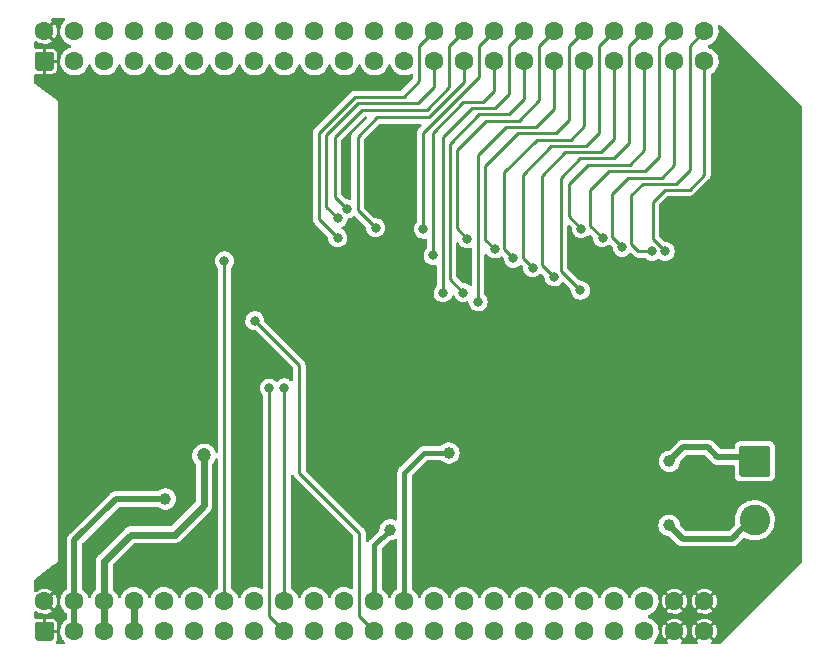
<source format=gbr>
%TF.GenerationSoftware,KiCad,Pcbnew,(6.0.11)*%
%TF.CreationDate,2024-05-08T14:50:22+07:00*%
%TF.ProjectId,CTP_Display_CANbus_revA,4354505f-4469-4737-906c-61795f43414e,rev?*%
%TF.SameCoordinates,PX5f5e100PY5f5e100*%
%TF.FileFunction,Copper,L2,Bot*%
%TF.FilePolarity,Positive*%
%FSLAX46Y46*%
G04 Gerber Fmt 4.6, Leading zero omitted, Abs format (unit mm)*
G04 Created by KiCad (PCBNEW (6.0.11)) date 2024-05-08 14:50:22*
%MOMM*%
%LPD*%
G01*
G04 APERTURE LIST*
%TA.AperFunction,ComponentPad*%
%ADD10C,1.600000*%
%TD*%
%TA.AperFunction,ComponentPad*%
%ADD11C,2.600000*%
%TD*%
%TA.AperFunction,ViaPad*%
%ADD12C,1.000000*%
%TD*%
%TA.AperFunction,ViaPad*%
%ADD13C,0.800000*%
%TD*%
%TA.AperFunction,ViaPad*%
%ADD14C,1.200000*%
%TD*%
%TA.AperFunction,Conductor*%
%ADD15C,0.500000*%
%TD*%
%TA.AperFunction,Conductor*%
%ADD16C,0.250000*%
%TD*%
%TA.AperFunction,Conductor*%
%ADD17C,0.600000*%
%TD*%
%TA.AperFunction,Conductor*%
%ADD18C,0.400000*%
%TD*%
G04 APERTURE END LIST*
%TA.AperFunction,ComponentPad*%
G36*
G01*
X2500000Y1300000D02*
X1220000Y1300000D01*
G75*
G02*
X1060000Y1460000I0J160000D01*
G01*
X1060000Y2740000D01*
G75*
G02*
X1220000Y2900000I160000J0D01*
G01*
X2500000Y2900000D01*
G75*
G02*
X2660000Y2740000I0J-160000D01*
G01*
X2660000Y1460000D01*
G75*
G02*
X2500000Y1300000I-160000J0D01*
G01*
G37*
%TD.AperFunction*%
D10*
X1860000Y4640000D03*
X4400000Y2100000D03*
X4400000Y4640000D03*
X6940000Y2100000D03*
X6940000Y4640000D03*
X9480000Y2100000D03*
X9480000Y4640000D03*
X12020000Y2100000D03*
X12020000Y4640000D03*
X14560000Y2100000D03*
X14560000Y4640000D03*
X17100000Y2100000D03*
X17100000Y4640000D03*
X19640000Y2100000D03*
X19640000Y4640000D03*
X22180000Y2100000D03*
X22180000Y4640000D03*
X24720000Y2100000D03*
X24720000Y4640000D03*
X27260000Y2100000D03*
X27260000Y4640000D03*
X29800000Y2100000D03*
X29800000Y4640000D03*
X32340000Y2100000D03*
X32340000Y4640000D03*
X34880000Y2100000D03*
X34880000Y4640000D03*
X37420000Y2100000D03*
X37420000Y4640000D03*
X39960000Y2100000D03*
X39960000Y4640000D03*
X42500000Y2100000D03*
X42500000Y4640000D03*
X45040000Y2100000D03*
X45040000Y4640000D03*
X47580000Y2100000D03*
X47580000Y4640000D03*
X50120000Y2100000D03*
X50120000Y4640000D03*
X52660000Y2100000D03*
X52660000Y4640000D03*
X55200000Y2100000D03*
X55200000Y4640000D03*
X57740000Y2100000D03*
X57740000Y4640000D03*
%TA.AperFunction,ComponentPad*%
G36*
G01*
X60830000Y17800000D02*
X63170000Y17800000D01*
G75*
G02*
X63300000Y17670000I0J-130000D01*
G01*
X63300000Y15330000D01*
G75*
G02*
X63170000Y15200000I-130000J0D01*
G01*
X60830000Y15200000D01*
G75*
G02*
X60700000Y15330000I0J130000D01*
G01*
X60700000Y17670000D01*
G75*
G02*
X60830000Y17800000I130000J0D01*
G01*
G37*
%TD.AperFunction*%
D11*
X62000000Y11500000D03*
%TA.AperFunction,ComponentPad*%
G36*
G01*
X2500000Y49560000D02*
X1220000Y49560000D01*
G75*
G02*
X1060000Y49720000I0J160000D01*
G01*
X1060000Y51000000D01*
G75*
G02*
X1220000Y51160000I160000J0D01*
G01*
X2500000Y51160000D01*
G75*
G02*
X2660000Y51000000I0J-160000D01*
G01*
X2660000Y49720000D01*
G75*
G02*
X2500000Y49560000I-160000J0D01*
G01*
G37*
%TD.AperFunction*%
D10*
X1860000Y52900000D03*
X4400000Y50360000D03*
X4400000Y52900000D03*
X6940000Y50360000D03*
X6940000Y52900000D03*
X9480000Y50360000D03*
X9480000Y52900000D03*
X12020000Y50360000D03*
X12020000Y52900000D03*
X14560000Y50360000D03*
X14560000Y52900000D03*
X17100000Y50360000D03*
X17100000Y52900000D03*
X19640000Y50360000D03*
X19640000Y52900000D03*
X22180000Y50360000D03*
X22180000Y52900000D03*
X24720000Y50360000D03*
X24720000Y52900000D03*
X27260000Y50360000D03*
X27260000Y52900000D03*
X29800000Y50360000D03*
X29800000Y52900000D03*
X32340000Y50360000D03*
X32340000Y52900000D03*
X34880000Y50360000D03*
X34880000Y52900000D03*
X37420000Y50360000D03*
X37420000Y52900000D03*
X39960000Y50360000D03*
X39960000Y52900000D03*
X42500000Y50360000D03*
X42500000Y52900000D03*
X45040000Y50360000D03*
X45040000Y52900000D03*
X47580000Y50360000D03*
X47580000Y52900000D03*
X50120000Y50360000D03*
X50120000Y52900000D03*
X52660000Y50360000D03*
X52660000Y52900000D03*
X55200000Y50360000D03*
X55200000Y52900000D03*
X57740000Y50360000D03*
X57740000Y52900000D03*
D12*
X12100000Y13300000D03*
X12260000Y7510000D03*
X13090000Y41980000D03*
D13*
X39580000Y33270000D03*
D12*
X31100000Y7500000D03*
X9000000Y19720000D03*
D13*
X37590000Y34010000D03*
D12*
X40870000Y21100000D03*
X53280000Y20940000D03*
X46760000Y26250000D03*
X48320000Y8320000D03*
X50900000Y13700000D03*
X8960000Y29610000D03*
X63490000Y41500000D03*
X25500000Y7500000D03*
X31230000Y43560000D03*
X63430000Y31620000D03*
X18950000Y9020000D03*
X28420000Y28910000D03*
D13*
X43740000Y31560000D03*
X27430000Y43200000D03*
X34820000Y11700000D03*
D12*
X40770000Y8340000D03*
X27870000Y16250000D03*
D13*
X17100000Y33460000D03*
X19670000Y28390000D03*
X20900000Y22690000D03*
X22180000Y22700000D03*
X27510000Y37860000D03*
X26700000Y37050000D03*
X29900000Y36260000D03*
X26690000Y35410000D03*
X47330000Y36190000D03*
X49110000Y35410000D03*
X50770000Y34610000D03*
X53300000Y34260000D03*
X54410000Y34260000D03*
X37670000Y35330000D03*
X39990000Y34470000D03*
X41550000Y33670000D03*
X43190000Y32880000D03*
X45000000Y32100000D03*
X47240000Y30980000D03*
X33940000Y36140000D03*
X34760000Y33930000D03*
X37330000Y30770000D03*
X38580000Y29990000D03*
X35610000Y30760000D03*
D14*
X15380000Y16990000D03*
D12*
X31120000Y10690000D03*
X36110000Y17190000D03*
X54780000Y16500000D03*
X54750000Y11070000D03*
D15*
X7900000Y13300000D02*
X12100000Y13300000D01*
X4400000Y2100000D02*
X4400000Y9800000D01*
X4400000Y9800000D02*
X7900000Y13300000D01*
D16*
X17100000Y4640000D02*
X17100000Y33460000D01*
X28525000Y10405000D02*
X28525000Y3375000D01*
X23440000Y15490000D02*
X28525000Y10405000D01*
X23440000Y24620000D02*
X23440000Y15490000D01*
X28525000Y3375000D02*
X29800000Y2100000D01*
X19670000Y28390000D02*
X23440000Y24620000D01*
X20900000Y3380000D02*
X20900000Y22690000D01*
X22180000Y2100000D02*
X20900000Y3380000D01*
X22180000Y4640000D02*
X22180000Y22700000D01*
X26480000Y43970000D02*
X28730000Y46220000D01*
X26480000Y38890000D02*
X26480000Y43970000D01*
X27510000Y37860000D02*
X26480000Y38890000D01*
X28730000Y46220000D02*
X34220000Y46220000D01*
X36150000Y51630000D02*
X37420000Y52900000D01*
X36150000Y48150000D02*
X36150000Y51630000D01*
X34220000Y46220000D02*
X36150000Y48150000D01*
X25710000Y38040000D02*
X25710000Y44080000D01*
X26700000Y37050000D02*
X25710000Y38040000D01*
X34880000Y48200000D02*
X34880000Y50360000D01*
X33480000Y46800000D02*
X34880000Y48200000D01*
X28430000Y46800000D02*
X33480000Y46800000D01*
X25710000Y44080000D02*
X28430000Y46800000D01*
X28370000Y37790000D02*
X28370000Y43950000D01*
X28370000Y43950000D02*
X30020000Y45600000D01*
X29900000Y36260000D02*
X28370000Y37790000D01*
X34410000Y45600000D02*
X37420000Y48610000D01*
X37420000Y48610000D02*
X37420000Y50360000D01*
X30020000Y45600000D02*
X34410000Y45600000D01*
X25120000Y44300000D02*
X28170000Y47350000D01*
X32270000Y47350000D02*
X33600000Y48680000D01*
X26690000Y35410000D02*
X25120000Y36980000D01*
X33600000Y48680000D02*
X33600000Y51620000D01*
X25120000Y36980000D02*
X25120000Y44300000D01*
X28170000Y47350000D02*
X32270000Y47350000D01*
X33600000Y51620000D02*
X34880000Y52900000D01*
X46300000Y39980000D02*
X47920000Y41600000D01*
X51420000Y41600000D02*
X52660000Y42840000D01*
X47920000Y41600000D02*
X51420000Y41600000D01*
X47330000Y36190000D02*
X46300000Y37220000D01*
X46300000Y37220000D02*
X46300000Y39980000D01*
X52660000Y42840000D02*
X52660000Y50360000D01*
X48080000Y36440000D02*
X49110000Y35410000D01*
X48080000Y39460000D02*
X48080000Y36440000D01*
X52700000Y41040000D02*
X49660000Y41040000D01*
X53925000Y42265000D02*
X52700000Y41040000D01*
X53925000Y51625000D02*
X53925000Y42265000D01*
X55200000Y52900000D02*
X53925000Y51625000D01*
X49660000Y41040000D02*
X48080000Y39460000D01*
X55200000Y41570000D02*
X55200000Y50360000D01*
X51310000Y40510000D02*
X54140000Y40510000D01*
X54140000Y40510000D02*
X55200000Y41570000D01*
X49900000Y39100000D02*
X51310000Y40510000D01*
X49900000Y35480000D02*
X49900000Y39100000D01*
X50770000Y34610000D02*
X49900000Y35480000D01*
X51520000Y34890000D02*
X52150000Y34260000D01*
X56475000Y51635000D02*
X56475000Y41165000D01*
X51520000Y39010000D02*
X51520000Y34890000D01*
X52510000Y40000000D02*
X51520000Y39010000D01*
X55310000Y40000000D02*
X52510000Y40000000D01*
X57740000Y52900000D02*
X56475000Y51635000D01*
X52150000Y34260000D02*
X53300000Y34260000D01*
X56475000Y41165000D02*
X55310000Y40000000D01*
X53350000Y35320000D02*
X54410000Y34260000D01*
X56480000Y39500000D02*
X54410000Y39500000D01*
X53350000Y38440000D02*
X53350000Y35320000D01*
X57740000Y40760000D02*
X56480000Y39500000D01*
X57740000Y50360000D02*
X57740000Y40760000D01*
X54410000Y39500000D02*
X53350000Y38440000D01*
X36760000Y36240000D02*
X36760000Y42850000D01*
X43760000Y47040000D02*
X43760000Y51620000D01*
X43760000Y51620000D02*
X45040000Y52900000D01*
X42050000Y45330000D02*
X43760000Y47040000D01*
X37670000Y35330000D02*
X36760000Y36240000D01*
X39240000Y45330000D02*
X42050000Y45330000D01*
X36760000Y42850000D02*
X39240000Y45330000D01*
X46300000Y45350000D02*
X45200000Y44250000D01*
X41970000Y44250000D02*
X39200000Y41480000D01*
X46300000Y51620000D02*
X46300000Y45350000D01*
X47580000Y52900000D02*
X46300000Y51620000D01*
X39200000Y35260000D02*
X39990000Y34470000D01*
X45200000Y44250000D02*
X41970000Y44250000D01*
X39200000Y41480000D02*
X39200000Y35260000D01*
X47580000Y44840000D02*
X46460000Y43720000D01*
X43540000Y43720000D02*
X40790000Y40970000D01*
X47580000Y50360000D02*
X47580000Y44840000D01*
X40790000Y34430000D02*
X41550000Y33670000D01*
X40790000Y40970000D02*
X40790000Y34430000D01*
X46460000Y43720000D02*
X43540000Y43720000D01*
X43190000Y32880000D02*
X42360000Y33710000D01*
X42360000Y33710000D02*
X42360000Y40740000D01*
X48850000Y44280000D02*
X47750000Y43180000D01*
X44790000Y43170000D02*
X47750000Y43170000D01*
X48850000Y51630000D02*
X48850000Y44280000D01*
X42360000Y40740000D02*
X44790000Y43170000D01*
X50120000Y52900000D02*
X48850000Y51630000D01*
X45000000Y32100000D02*
X43950000Y33150000D01*
X50120000Y43800000D02*
X50120000Y50360000D01*
X45920000Y42640000D02*
X48960000Y42640000D01*
X48960000Y42640000D02*
X50120000Y43800000D01*
X43950000Y33150000D02*
X43950000Y40670000D01*
X43950000Y40670000D02*
X45920000Y42640000D01*
X50060000Y42130000D02*
X51390000Y43460000D01*
X51390000Y51630000D02*
X52660000Y52900000D01*
X45580000Y32640000D02*
X45580000Y40470000D01*
X47240000Y30980000D02*
X45580000Y32640000D01*
X51390000Y43460000D02*
X51390000Y51630000D01*
X45580000Y40470000D02*
X47240000Y42130000D01*
X47240000Y42130000D02*
X50060000Y42130000D01*
X38690000Y49055000D02*
X38690000Y51630000D01*
X38690000Y51630000D02*
X39960000Y52900000D01*
X33940000Y36140000D02*
X33940000Y44305000D01*
X33940000Y44305000D02*
X38690000Y49055000D01*
X34760000Y44320000D02*
X37330000Y46890000D01*
X37330000Y46890000D02*
X38970000Y46890000D01*
X38970000Y46890000D02*
X39960000Y47880000D01*
X39960000Y47880000D02*
X39960000Y50360000D01*
X34760000Y33930000D02*
X34760000Y44320000D01*
X41160000Y45860000D02*
X42500000Y47200000D01*
X42500000Y47200000D02*
X42500000Y50360000D01*
X37330000Y30770000D02*
X36190000Y31910000D01*
X38660000Y45860000D02*
X41160000Y45860000D01*
X36190000Y31910000D02*
X36190000Y43390000D01*
X36190000Y43390000D02*
X38660000Y45860000D01*
X40900000Y44780000D02*
X38580000Y42460000D01*
X45040000Y50360000D02*
X45040000Y46330000D01*
X45040000Y46330000D02*
X43490000Y44780000D01*
X38580000Y42460000D02*
X38580000Y29990000D01*
X43490000Y44780000D02*
X40900000Y44780000D01*
X41220000Y51620000D02*
X41220000Y47580000D01*
X41220000Y47580000D02*
X40020000Y46380000D01*
X35610000Y43930000D02*
X35610000Y30760000D01*
X38060000Y46380000D02*
X35610000Y43930000D01*
X42500000Y52900000D02*
X41220000Y51620000D01*
X40020000Y46380000D02*
X38060000Y46380000D01*
D17*
X15380000Y12780000D02*
X15380000Y16990000D01*
X12890000Y10290000D02*
X15380000Y12780000D01*
X9180000Y10290000D02*
X12890000Y10290000D01*
X6940000Y2100000D02*
X6940000Y8050000D01*
X6940000Y8050000D02*
X9180000Y10290000D01*
X9480000Y2100000D02*
X9480000Y4640000D01*
D18*
X29800000Y4640000D02*
X29800000Y9370000D01*
X29800000Y9370000D02*
X31120000Y10690000D01*
X33990000Y17190000D02*
X36110000Y17190000D01*
X32340000Y4640000D02*
X32340000Y15540000D01*
X32340000Y15540000D02*
X33990000Y17190000D01*
D15*
X58840000Y16850000D02*
X61650000Y16850000D01*
X58010000Y17680000D02*
X58840000Y16850000D01*
X54780000Y16500000D02*
X55960000Y17680000D01*
X55960000Y17680000D02*
X58010000Y17680000D01*
X61650000Y16850000D02*
X62000000Y16500000D01*
X55890000Y9930000D02*
X60040000Y9930000D01*
X54750000Y11070000D02*
X55890000Y9930000D01*
X61610000Y11500000D02*
X62000000Y11500000D01*
X60040000Y9930000D02*
X61610000Y11500000D01*
%TA.AperFunction,Conductor*%
G36*
X3571015Y53980315D02*
G01*
X3616770Y53927511D01*
X3626714Y53858353D01*
X3597689Y53794797D01*
X3585737Y53782774D01*
X3525457Y53729910D01*
X3388863Y53556640D01*
X3386216Y53551609D01*
X3377548Y53535133D01*
X3286131Y53361380D01*
X3220703Y53150667D01*
X3220035Y53145022D01*
X3220034Y53145018D01*
X3196164Y52943334D01*
X3194770Y52931560D01*
X3195141Y52925898D01*
X3195141Y52925894D01*
X3200974Y52836902D01*
X3209200Y52711396D01*
X3263511Y52497548D01*
X3355883Y52297179D01*
X3483222Y52116998D01*
X3487293Y52113032D01*
X3487294Y52113031D01*
X3637190Y51967007D01*
X3637195Y51967003D01*
X3641264Y51963039D01*
X3645987Y51959883D01*
X3645991Y51959880D01*
X3730185Y51903624D01*
X3824717Y51840460D01*
X4027436Y51753365D01*
X4041070Y51750280D01*
X4102111Y51716288D01*
X4135085Y51654688D01*
X4129522Y51585040D01*
X4087187Y51529457D01*
X4056622Y51513002D01*
X3880957Y51448196D01*
X3691341Y51335386D01*
X3525457Y51189910D01*
X3388863Y51016640D01*
X3286131Y50821380D01*
X3220703Y50610667D01*
X3220035Y50605022D01*
X3220034Y50605018D01*
X3206164Y50487831D01*
X3194770Y50391560D01*
X3195141Y50385898D01*
X3195141Y50385894D01*
X3200974Y50296902D01*
X3209200Y50171396D01*
X3263511Y49957548D01*
X3355883Y49757179D01*
X3483222Y49576998D01*
X3487293Y49573032D01*
X3487294Y49573031D01*
X3637190Y49427007D01*
X3637195Y49427003D01*
X3641264Y49423039D01*
X3645987Y49419883D01*
X3645991Y49419880D01*
X3730185Y49363624D01*
X3824717Y49300460D01*
X4027436Y49213365D01*
X4110591Y49194549D01*
X4237085Y49165926D01*
X4237087Y49165926D01*
X4242632Y49164671D01*
X4380457Y49159256D01*
X4457418Y49156232D01*
X4457420Y49156232D01*
X4463098Y49156009D01*
X4468718Y49156824D01*
X4468721Y49156824D01*
X4675826Y49186853D01*
X4675829Y49186854D01*
X4681452Y49187669D01*
X4788477Y49223999D01*
X4884989Y49256760D01*
X4884992Y49256761D01*
X4890379Y49258590D01*
X5082884Y49366398D01*
X5252518Y49507482D01*
X5310334Y49576998D01*
X5389971Y49672750D01*
X5389972Y49672751D01*
X5393602Y49677116D01*
X5396848Y49682911D01*
X5498631Y49864659D01*
X5501410Y49869621D01*
X5509756Y49894206D01*
X5552434Y50019933D01*
X5592623Y50077088D01*
X5657332Y50103441D01*
X5726016Y50090627D01*
X5776869Y50042713D01*
X5790038Y50010599D01*
X5803511Y49957548D01*
X5895883Y49757179D01*
X6023222Y49576998D01*
X6027293Y49573032D01*
X6027294Y49573031D01*
X6177190Y49427007D01*
X6177195Y49427003D01*
X6181264Y49423039D01*
X6185987Y49419883D01*
X6185991Y49419880D01*
X6270185Y49363624D01*
X6364717Y49300460D01*
X6567436Y49213365D01*
X6650591Y49194549D01*
X6777085Y49165926D01*
X6777087Y49165926D01*
X6782632Y49164671D01*
X6920457Y49159256D01*
X6997418Y49156232D01*
X6997420Y49156232D01*
X7003098Y49156009D01*
X7008718Y49156824D01*
X7008721Y49156824D01*
X7215826Y49186853D01*
X7215829Y49186854D01*
X7221452Y49187669D01*
X7328477Y49223999D01*
X7424989Y49256760D01*
X7424992Y49256761D01*
X7430379Y49258590D01*
X7622884Y49366398D01*
X7792518Y49507482D01*
X7850334Y49576998D01*
X7929971Y49672750D01*
X7929972Y49672751D01*
X7933602Y49677116D01*
X7936848Y49682911D01*
X8038631Y49864659D01*
X8041410Y49869621D01*
X8049756Y49894206D01*
X8092434Y50019933D01*
X8132623Y50077088D01*
X8197332Y50103441D01*
X8266016Y50090627D01*
X8316869Y50042713D01*
X8330038Y50010599D01*
X8343511Y49957548D01*
X8435883Y49757179D01*
X8563222Y49576998D01*
X8567293Y49573032D01*
X8567294Y49573031D01*
X8717190Y49427007D01*
X8717195Y49427003D01*
X8721264Y49423039D01*
X8725987Y49419883D01*
X8725991Y49419880D01*
X8810185Y49363624D01*
X8904717Y49300460D01*
X9107436Y49213365D01*
X9190591Y49194549D01*
X9317085Y49165926D01*
X9317087Y49165926D01*
X9322632Y49164671D01*
X9460457Y49159256D01*
X9537418Y49156232D01*
X9537420Y49156232D01*
X9543098Y49156009D01*
X9548718Y49156824D01*
X9548721Y49156824D01*
X9755826Y49186853D01*
X9755829Y49186854D01*
X9761452Y49187669D01*
X9868477Y49223999D01*
X9964989Y49256760D01*
X9964992Y49256761D01*
X9970379Y49258590D01*
X10162884Y49366398D01*
X10332518Y49507482D01*
X10390334Y49576998D01*
X10469971Y49672750D01*
X10469972Y49672751D01*
X10473602Y49677116D01*
X10476848Y49682911D01*
X10578631Y49864659D01*
X10581410Y49869621D01*
X10589756Y49894206D01*
X10632434Y50019933D01*
X10672623Y50077088D01*
X10737332Y50103441D01*
X10806016Y50090627D01*
X10856869Y50042713D01*
X10870038Y50010599D01*
X10883511Y49957548D01*
X10975883Y49757179D01*
X11103222Y49576998D01*
X11107293Y49573032D01*
X11107294Y49573031D01*
X11257190Y49427007D01*
X11257195Y49427003D01*
X11261264Y49423039D01*
X11265987Y49419883D01*
X11265991Y49419880D01*
X11350185Y49363624D01*
X11444717Y49300460D01*
X11647436Y49213365D01*
X11730591Y49194549D01*
X11857085Y49165926D01*
X11857087Y49165926D01*
X11862632Y49164671D01*
X12000457Y49159256D01*
X12077418Y49156232D01*
X12077420Y49156232D01*
X12083098Y49156009D01*
X12088718Y49156824D01*
X12088721Y49156824D01*
X12295826Y49186853D01*
X12295829Y49186854D01*
X12301452Y49187669D01*
X12408477Y49223999D01*
X12504989Y49256760D01*
X12504992Y49256761D01*
X12510379Y49258590D01*
X12702884Y49366398D01*
X12872518Y49507482D01*
X12930334Y49576998D01*
X13009971Y49672750D01*
X13009972Y49672751D01*
X13013602Y49677116D01*
X13016848Y49682911D01*
X13118631Y49864659D01*
X13121410Y49869621D01*
X13129756Y49894206D01*
X13172434Y50019933D01*
X13212623Y50077088D01*
X13277332Y50103441D01*
X13346016Y50090627D01*
X13396869Y50042713D01*
X13410038Y50010599D01*
X13423511Y49957548D01*
X13515883Y49757179D01*
X13643222Y49576998D01*
X13647293Y49573032D01*
X13647294Y49573031D01*
X13797190Y49427007D01*
X13797195Y49427003D01*
X13801264Y49423039D01*
X13805987Y49419883D01*
X13805991Y49419880D01*
X13890185Y49363624D01*
X13984717Y49300460D01*
X14187436Y49213365D01*
X14270591Y49194549D01*
X14397085Y49165926D01*
X14397087Y49165926D01*
X14402632Y49164671D01*
X14540457Y49159256D01*
X14617418Y49156232D01*
X14617420Y49156232D01*
X14623098Y49156009D01*
X14628718Y49156824D01*
X14628721Y49156824D01*
X14835826Y49186853D01*
X14835829Y49186854D01*
X14841452Y49187669D01*
X14948477Y49223999D01*
X15044989Y49256760D01*
X15044992Y49256761D01*
X15050379Y49258590D01*
X15242884Y49366398D01*
X15412518Y49507482D01*
X15470334Y49576998D01*
X15549971Y49672750D01*
X15549972Y49672751D01*
X15553602Y49677116D01*
X15556848Y49682911D01*
X15658631Y49864659D01*
X15661410Y49869621D01*
X15669756Y49894206D01*
X15712434Y50019933D01*
X15752623Y50077088D01*
X15817332Y50103441D01*
X15886016Y50090627D01*
X15936869Y50042713D01*
X15950038Y50010599D01*
X15963511Y49957548D01*
X16055883Y49757179D01*
X16183222Y49576998D01*
X16187293Y49573032D01*
X16187294Y49573031D01*
X16337190Y49427007D01*
X16337195Y49427003D01*
X16341264Y49423039D01*
X16345987Y49419883D01*
X16345991Y49419880D01*
X16430185Y49363624D01*
X16524717Y49300460D01*
X16727436Y49213365D01*
X16810591Y49194549D01*
X16937085Y49165926D01*
X16937087Y49165926D01*
X16942632Y49164671D01*
X17080457Y49159256D01*
X17157418Y49156232D01*
X17157420Y49156232D01*
X17163098Y49156009D01*
X17168718Y49156824D01*
X17168721Y49156824D01*
X17375826Y49186853D01*
X17375829Y49186854D01*
X17381452Y49187669D01*
X17488477Y49223999D01*
X17584989Y49256760D01*
X17584992Y49256761D01*
X17590379Y49258590D01*
X17782884Y49366398D01*
X17952518Y49507482D01*
X18010334Y49576998D01*
X18089971Y49672750D01*
X18089972Y49672751D01*
X18093602Y49677116D01*
X18096848Y49682911D01*
X18198631Y49864659D01*
X18201410Y49869621D01*
X18209756Y49894206D01*
X18252434Y50019933D01*
X18292623Y50077088D01*
X18357332Y50103441D01*
X18426016Y50090627D01*
X18476869Y50042713D01*
X18490038Y50010599D01*
X18503511Y49957548D01*
X18595883Y49757179D01*
X18723222Y49576998D01*
X18727293Y49573032D01*
X18727294Y49573031D01*
X18877190Y49427007D01*
X18877195Y49427003D01*
X18881264Y49423039D01*
X18885987Y49419883D01*
X18885991Y49419880D01*
X18970185Y49363624D01*
X19064717Y49300460D01*
X19267436Y49213365D01*
X19350591Y49194549D01*
X19477085Y49165926D01*
X19477087Y49165926D01*
X19482632Y49164671D01*
X19620457Y49159256D01*
X19697418Y49156232D01*
X19697420Y49156232D01*
X19703098Y49156009D01*
X19708718Y49156824D01*
X19708721Y49156824D01*
X19915826Y49186853D01*
X19915829Y49186854D01*
X19921452Y49187669D01*
X20028477Y49223999D01*
X20124989Y49256760D01*
X20124992Y49256761D01*
X20130379Y49258590D01*
X20322884Y49366398D01*
X20492518Y49507482D01*
X20550334Y49576998D01*
X20629971Y49672750D01*
X20629972Y49672751D01*
X20633602Y49677116D01*
X20636848Y49682911D01*
X20738631Y49864659D01*
X20741410Y49869621D01*
X20749756Y49894206D01*
X20792434Y50019933D01*
X20832623Y50077088D01*
X20897332Y50103441D01*
X20966016Y50090627D01*
X21016869Y50042713D01*
X21030038Y50010599D01*
X21043511Y49957548D01*
X21135883Y49757179D01*
X21263222Y49576998D01*
X21267293Y49573032D01*
X21267294Y49573031D01*
X21417190Y49427007D01*
X21417195Y49427003D01*
X21421264Y49423039D01*
X21425987Y49419883D01*
X21425991Y49419880D01*
X21510185Y49363624D01*
X21604717Y49300460D01*
X21807436Y49213365D01*
X21890591Y49194549D01*
X22017085Y49165926D01*
X22017087Y49165926D01*
X22022632Y49164671D01*
X22160457Y49159256D01*
X22237418Y49156232D01*
X22237420Y49156232D01*
X22243098Y49156009D01*
X22248718Y49156824D01*
X22248721Y49156824D01*
X22455826Y49186853D01*
X22455829Y49186854D01*
X22461452Y49187669D01*
X22568477Y49223999D01*
X22664989Y49256760D01*
X22664992Y49256761D01*
X22670379Y49258590D01*
X22862884Y49366398D01*
X23032518Y49507482D01*
X23090334Y49576998D01*
X23169971Y49672750D01*
X23169972Y49672751D01*
X23173602Y49677116D01*
X23176848Y49682911D01*
X23278631Y49864659D01*
X23281410Y49869621D01*
X23289756Y49894206D01*
X23332434Y50019933D01*
X23372623Y50077088D01*
X23437332Y50103441D01*
X23506016Y50090627D01*
X23556869Y50042713D01*
X23570038Y50010599D01*
X23583511Y49957548D01*
X23675883Y49757179D01*
X23803222Y49576998D01*
X23807293Y49573032D01*
X23807294Y49573031D01*
X23957190Y49427007D01*
X23957195Y49427003D01*
X23961264Y49423039D01*
X23965987Y49419883D01*
X23965991Y49419880D01*
X24050185Y49363624D01*
X24144717Y49300460D01*
X24347436Y49213365D01*
X24430591Y49194549D01*
X24557085Y49165926D01*
X24557087Y49165926D01*
X24562632Y49164671D01*
X24700457Y49159256D01*
X24777418Y49156232D01*
X24777420Y49156232D01*
X24783098Y49156009D01*
X24788718Y49156824D01*
X24788721Y49156824D01*
X24995826Y49186853D01*
X24995829Y49186854D01*
X25001452Y49187669D01*
X25108477Y49223999D01*
X25204989Y49256760D01*
X25204992Y49256761D01*
X25210379Y49258590D01*
X25402884Y49366398D01*
X25572518Y49507482D01*
X25630334Y49576998D01*
X25709971Y49672750D01*
X25709972Y49672751D01*
X25713602Y49677116D01*
X25716848Y49682911D01*
X25818631Y49864659D01*
X25821410Y49869621D01*
X25829756Y49894206D01*
X25872434Y50019933D01*
X25912623Y50077088D01*
X25977332Y50103441D01*
X26046016Y50090627D01*
X26096869Y50042713D01*
X26110038Y50010599D01*
X26123511Y49957548D01*
X26215883Y49757179D01*
X26343222Y49576998D01*
X26347293Y49573032D01*
X26347294Y49573031D01*
X26497190Y49427007D01*
X26497195Y49427003D01*
X26501264Y49423039D01*
X26505987Y49419883D01*
X26505991Y49419880D01*
X26590185Y49363624D01*
X26684717Y49300460D01*
X26887436Y49213365D01*
X26970591Y49194549D01*
X27097085Y49165926D01*
X27097087Y49165926D01*
X27102632Y49164671D01*
X27240457Y49159256D01*
X27317418Y49156232D01*
X27317420Y49156232D01*
X27323098Y49156009D01*
X27328718Y49156824D01*
X27328721Y49156824D01*
X27535826Y49186853D01*
X27535829Y49186854D01*
X27541452Y49187669D01*
X27648477Y49223999D01*
X27744989Y49256760D01*
X27744992Y49256761D01*
X27750379Y49258590D01*
X27942884Y49366398D01*
X28112518Y49507482D01*
X28170334Y49576998D01*
X28249971Y49672750D01*
X28249972Y49672751D01*
X28253602Y49677116D01*
X28256848Y49682911D01*
X28358631Y49864659D01*
X28361410Y49869621D01*
X28369756Y49894206D01*
X28412434Y50019933D01*
X28452623Y50077088D01*
X28517332Y50103441D01*
X28586016Y50090627D01*
X28636869Y50042713D01*
X28650038Y50010599D01*
X28663511Y49957548D01*
X28755883Y49757179D01*
X28883222Y49576998D01*
X28887293Y49573032D01*
X28887294Y49573031D01*
X29037190Y49427007D01*
X29037195Y49427003D01*
X29041264Y49423039D01*
X29045987Y49419883D01*
X29045991Y49419880D01*
X29130185Y49363624D01*
X29224717Y49300460D01*
X29427436Y49213365D01*
X29510591Y49194549D01*
X29637085Y49165926D01*
X29637087Y49165926D01*
X29642632Y49164671D01*
X29780457Y49159256D01*
X29857418Y49156232D01*
X29857420Y49156232D01*
X29863098Y49156009D01*
X29868718Y49156824D01*
X29868721Y49156824D01*
X30075826Y49186853D01*
X30075829Y49186854D01*
X30081452Y49187669D01*
X30188477Y49223999D01*
X30284989Y49256760D01*
X30284992Y49256761D01*
X30290379Y49258590D01*
X30482884Y49366398D01*
X30652518Y49507482D01*
X30710334Y49576998D01*
X30789971Y49672750D01*
X30789972Y49672751D01*
X30793602Y49677116D01*
X30796848Y49682911D01*
X30898631Y49864659D01*
X30901410Y49869621D01*
X30909756Y49894206D01*
X30952434Y50019933D01*
X30992623Y50077088D01*
X31057332Y50103441D01*
X31126016Y50090627D01*
X31176869Y50042713D01*
X31190038Y50010599D01*
X31203511Y49957548D01*
X31295883Y49757179D01*
X31423222Y49576998D01*
X31427293Y49573032D01*
X31427294Y49573031D01*
X31577190Y49427007D01*
X31577195Y49427003D01*
X31581264Y49423039D01*
X31585987Y49419883D01*
X31585991Y49419880D01*
X31670185Y49363624D01*
X31764717Y49300460D01*
X31967436Y49213365D01*
X32050591Y49194549D01*
X32177085Y49165926D01*
X32177087Y49165926D01*
X32182632Y49164671D01*
X32320457Y49159256D01*
X32397418Y49156232D01*
X32397420Y49156232D01*
X32403098Y49156009D01*
X32408718Y49156824D01*
X32408721Y49156824D01*
X32615826Y49186853D01*
X32615829Y49186854D01*
X32621452Y49187669D01*
X32728477Y49223999D01*
X32824989Y49256760D01*
X32824992Y49256761D01*
X32830379Y49258590D01*
X32835339Y49261368D01*
X32835344Y49261370D01*
X32889910Y49291929D01*
X32958020Y49307512D01*
X33023742Y49283798D01*
X33066211Y49228316D01*
X33074500Y49183740D01*
X33074500Y48949031D01*
X33054815Y48881992D01*
X33038181Y48861350D01*
X32088650Y47911819D01*
X32027327Y47878334D01*
X32000969Y47875500D01*
X28184390Y47875500D01*
X28179197Y47875609D01*
X28128529Y47877733D01*
X28128528Y47877733D01*
X28120081Y47878087D01*
X28111848Y47876156D01*
X28079818Y47868644D01*
X28068333Y47866515D01*
X28027354Y47860901D01*
X28019598Y47857544D01*
X28019596Y47857544D01*
X28014490Y47855334D01*
X27993554Y47848410D01*
X27988140Y47847140D01*
X27979907Y47845209D01*
X27943669Y47825287D01*
X27933180Y47820149D01*
X27902977Y47807079D01*
X27902972Y47807076D01*
X27895217Y47803720D01*
X27888649Y47798401D01*
X27884323Y47794898D01*
X27866027Y47782604D01*
X27859434Y47778979D01*
X27853737Y47775847D01*
X27845995Y47769164D01*
X27822710Y47745879D01*
X27813064Y47737194D01*
X27783325Y47713112D01*
X27778430Y47706224D01*
X27778428Y47706222D01*
X27773100Y47698724D01*
X27759705Y47682874D01*
X24758601Y44681770D01*
X24754852Y44678175D01*
X24711288Y44638116D01*
X24706833Y44630931D01*
X24689495Y44602968D01*
X24682888Y44593352D01*
X24657872Y44560396D01*
X24654690Y44552358D01*
X24652710Y44547358D01*
X24642809Y44527670D01*
X24635418Y44515750D01*
X24625331Y44481030D01*
X24623878Y44476030D01*
X24620099Y44464990D01*
X24604871Y44426528D01*
X24603988Y44418129D01*
X24603986Y44418120D01*
X24603404Y44412581D01*
X24599161Y44390954D01*
X24595249Y44377488D01*
X24594500Y44367288D01*
X24594500Y44334357D01*
X24593821Y44321395D01*
X24589821Y44283338D01*
X24591231Y44275002D01*
X24591231Y44274998D01*
X24592763Y44265938D01*
X24594500Y44245259D01*
X24594500Y36994398D01*
X24594391Y36989207D01*
X24591913Y36930081D01*
X24593844Y36921849D01*
X24593844Y36921847D01*
X24601357Y36889816D01*
X24603486Y36878333D01*
X24609099Y36837354D01*
X24612454Y36829602D01*
X24612455Y36829597D01*
X24614666Y36824488D01*
X24621587Y36803560D01*
X24622858Y36798140D01*
X24622861Y36798133D01*
X24624790Y36789907D01*
X24628860Y36782503D01*
X24628863Y36782496D01*
X24644719Y36753654D01*
X24649858Y36743164D01*
X24662922Y36712975D01*
X24662924Y36712971D01*
X24666280Y36705217D01*
X24671596Y36698652D01*
X24671602Y36698642D01*
X24675106Y36694315D01*
X24687393Y36676031D01*
X24691020Y36669435D01*
X24694153Y36663737D01*
X24700836Y36655995D01*
X24724121Y36632710D01*
X24732806Y36623064D01*
X24756888Y36593325D01*
X24763776Y36588430D01*
X24763778Y36588428D01*
X24771276Y36583100D01*
X24787126Y36569705D01*
X25848941Y35507890D01*
X25882426Y35446567D01*
X25884768Y35423259D01*
X25884514Y35421247D01*
X25885190Y35414352D01*
X25885190Y35414348D01*
X25900885Y35254281D01*
X25902039Y35242514D01*
X25958726Y35072104D01*
X25962319Y35066171D01*
X25962320Y35066169D01*
X26014015Y34980811D01*
X26051759Y34918488D01*
X26176514Y34789301D01*
X26182308Y34785510D01*
X26182311Y34785507D01*
X26229700Y34754497D01*
X26326789Y34690964D01*
X26495116Y34628364D01*
X26673130Y34604612D01*
X26680031Y34605240D01*
X26680033Y34605240D01*
X26825553Y34618483D01*
X26851981Y34620888D01*
X27022782Y34676385D01*
X27177044Y34768343D01*
X27228454Y34817300D01*
X27302080Y34887413D01*
X27302082Y34887415D01*
X27307099Y34892193D01*
X27385562Y35010289D01*
X27402645Y35036001D01*
X27402646Y35036003D01*
X27406483Y35041778D01*
X27415200Y35064724D01*
X27441011Y35132673D01*
X27470257Y35209664D01*
X27495251Y35387507D01*
X27495565Y35410000D01*
X27475546Y35588472D01*
X27416485Y35758073D01*
X27321316Y35910375D01*
X27194770Y36037807D01*
X27188922Y36041519D01*
X27188916Y36041523D01*
X27060142Y36123245D01*
X27014086Y36175787D01*
X27003747Y36244888D01*
X27032409Y36308608D01*
X27063090Y36334452D01*
X27187044Y36408343D01*
X27200703Y36421350D01*
X27312080Y36527413D01*
X27312082Y36527415D01*
X27317099Y36532193D01*
X27400494Y36657713D01*
X27412645Y36676001D01*
X27412646Y36676003D01*
X27416483Y36681778D01*
X27421246Y36694315D01*
X27466836Y36814333D01*
X27480257Y36849664D01*
X27484927Y36882890D01*
X27495589Y36958756D01*
X27524412Y37022403D01*
X27583070Y37060364D01*
X27607144Y37064988D01*
X27671981Y37070888D01*
X27842782Y37126385D01*
X27997044Y37218343D01*
X28012598Y37233155D01*
X28074721Y37265132D01*
X28144270Y37258447D01*
X28185792Y37231039D01*
X29058941Y36357890D01*
X29092426Y36296567D01*
X29094768Y36273259D01*
X29094514Y36271247D01*
X29095190Y36264352D01*
X29095190Y36264348D01*
X29108454Y36129078D01*
X29112039Y36092514D01*
X29168726Y35922104D01*
X29172319Y35916171D01*
X29172320Y35916169D01*
X29237414Y35808686D01*
X29261759Y35768488D01*
X29386514Y35639301D01*
X29392308Y35635510D01*
X29392311Y35635507D01*
X29485869Y35574285D01*
X29536789Y35540964D01*
X29705116Y35478364D01*
X29883130Y35454612D01*
X29890031Y35455240D01*
X29890033Y35455240D01*
X30014741Y35466589D01*
X30061981Y35470888D01*
X30232782Y35526385D01*
X30387044Y35618343D01*
X30414286Y35644285D01*
X30512080Y35737413D01*
X30512082Y35737415D01*
X30517099Y35742193D01*
X30616483Y35891778D01*
X30623548Y35910375D01*
X30649774Y35979417D01*
X30680257Y36059664D01*
X30702049Y36214724D01*
X30704709Y36233650D01*
X30704709Y36233651D01*
X30705251Y36237507D01*
X30705565Y36260000D01*
X30685546Y36438472D01*
X30626485Y36608073D01*
X30531316Y36760375D01*
X30404770Y36887807D01*
X30253136Y36984037D01*
X30224039Y36994398D01*
X30090479Y37041957D01*
X30090475Y37041958D01*
X30083951Y37044281D01*
X29905624Y37065545D01*
X29898730Y37064820D01*
X29891797Y37064869D01*
X29891814Y37067290D01*
X29834181Y37077830D01*
X29802270Y37100900D01*
X28931819Y37971350D01*
X28898334Y38032673D01*
X28895500Y38059031D01*
X28895500Y43680969D01*
X28915185Y43748008D01*
X28931819Y43768650D01*
X30201351Y45038181D01*
X30262674Y45071666D01*
X30289032Y45074500D01*
X33666969Y45074500D01*
X33734008Y45054815D01*
X33779763Y45002011D01*
X33789707Y44932853D01*
X33760682Y44869297D01*
X33754650Y44862819D01*
X33578601Y44686770D01*
X33574852Y44683175D01*
X33531288Y44643116D01*
X33526833Y44635931D01*
X33509495Y44607968D01*
X33502888Y44598352D01*
X33477872Y44565396D01*
X33474760Y44557536D01*
X33472710Y44552358D01*
X33462809Y44532670D01*
X33455418Y44520750D01*
X33453059Y44512632D01*
X33453059Y44512631D01*
X33443878Y44481030D01*
X33440099Y44469990D01*
X33424871Y44431528D01*
X33423988Y44423129D01*
X33423986Y44423120D01*
X33423404Y44417581D01*
X33419161Y44395954D01*
X33417063Y44388732D01*
X33415249Y44382488D01*
X33414500Y44372288D01*
X33414500Y44339357D01*
X33413821Y44326395D01*
X33409821Y44288338D01*
X33411231Y44280002D01*
X33411231Y44279998D01*
X33412763Y44270938D01*
X33414500Y44250259D01*
X33414500Y36797986D01*
X33394815Y36730947D01*
X33377259Y36709392D01*
X33315732Y36649141D01*
X33218446Y36498183D01*
X33216076Y36491671D01*
X33167384Y36357890D01*
X33157022Y36329422D01*
X33149673Y36271247D01*
X33136997Y36170900D01*
X33134514Y36151247D01*
X33152039Y35972514D01*
X33208726Y35802104D01*
X33212319Y35796171D01*
X33212320Y35796169D01*
X33298168Y35654417D01*
X33301759Y35648488D01*
X33426514Y35519301D01*
X33432308Y35515510D01*
X33432311Y35515507D01*
X33513969Y35462072D01*
X33576789Y35420964D01*
X33583284Y35418549D01*
X33583285Y35418548D01*
X33617072Y35405983D01*
X33745116Y35358364D01*
X33923130Y35334612D01*
X33930031Y35335240D01*
X33930033Y35335240D01*
X33982128Y35339981D01*
X34099264Y35350641D01*
X34167809Y35337113D01*
X34218162Y35288673D01*
X34234500Y35227151D01*
X34234500Y34587986D01*
X34214815Y34520947D01*
X34197259Y34499392D01*
X34135732Y34439141D01*
X34038446Y34288183D01*
X34022561Y34244539D01*
X34008123Y34204870D01*
X33977022Y34119422D01*
X33954514Y33941247D01*
X33959444Y33890964D01*
X33966996Y33813951D01*
X33972039Y33762514D01*
X34028726Y33592104D01*
X34032319Y33586171D01*
X34032320Y33586169D01*
X34111994Y33454612D01*
X34121759Y33438488D01*
X34246514Y33309301D01*
X34252308Y33305510D01*
X34252311Y33305507D01*
X34348213Y33242751D01*
X34396789Y33210964D01*
X34565116Y33148364D01*
X34743130Y33124612D01*
X34750031Y33125240D01*
X34750033Y33125240D01*
X34857744Y33135042D01*
X34921981Y33140888D01*
X34928574Y33143030D01*
X34935364Y33144424D01*
X34935990Y33141377D01*
X34992190Y33142904D01*
X35051972Y33106741D01*
X35082713Y33043997D01*
X35084500Y33023022D01*
X35084500Y31417986D01*
X35064815Y31350947D01*
X35047259Y31329392D01*
X34985732Y31269141D01*
X34981979Y31263317D01*
X34909970Y31151581D01*
X34888446Y31118183D01*
X34886076Y31111671D01*
X34829965Y30957507D01*
X34827022Y30949422D01*
X34804514Y30771247D01*
X34805191Y30764345D01*
X34820717Y30606001D01*
X34822039Y30592514D01*
X34878726Y30422104D01*
X34882319Y30416171D01*
X34882320Y30416169D01*
X34926057Y30343951D01*
X34971759Y30268488D01*
X35096514Y30139301D01*
X35102308Y30135510D01*
X35102311Y30135507D01*
X35198213Y30072751D01*
X35246789Y30040964D01*
X35253284Y30038549D01*
X35253285Y30038548D01*
X35276440Y30029937D01*
X35415116Y29978364D01*
X35593130Y29954612D01*
X35600031Y29955240D01*
X35600033Y29955240D01*
X35734828Y29967507D01*
X35771981Y29970888D01*
X35942782Y30026385D01*
X36097044Y30118343D01*
X36134787Y30154285D01*
X36222080Y30237413D01*
X36222082Y30237415D01*
X36227099Y30242193D01*
X36326483Y30391778D01*
X36355117Y30467156D01*
X36397322Y30522833D01*
X36462932Y30546855D01*
X36531115Y30531592D01*
X36580221Y30481890D01*
X36588693Y30462262D01*
X36596535Y30438689D01*
X36598726Y30432104D01*
X36602319Y30426171D01*
X36602320Y30426169D01*
X36655673Y30338073D01*
X36691759Y30278488D01*
X36816514Y30149301D01*
X36822308Y30145510D01*
X36822311Y30145507D01*
X36869249Y30114792D01*
X36966789Y30050964D01*
X36973284Y30048549D01*
X36973285Y30048548D01*
X36993678Y30040964D01*
X37135116Y29988364D01*
X37313130Y29964612D01*
X37320031Y29965240D01*
X37320033Y29965240D01*
X37454180Y29977448D01*
X37491981Y29980888D01*
X37621049Y30022825D01*
X37690890Y30024820D01*
X37750723Y29988740D01*
X37781551Y29926039D01*
X37782775Y29916994D01*
X37792039Y29822514D01*
X37848726Y29652104D01*
X37852319Y29646171D01*
X37852320Y29646169D01*
X37938168Y29504417D01*
X37941759Y29498488D01*
X38066514Y29369301D01*
X38072308Y29365510D01*
X38072311Y29365507D01*
X38168213Y29302751D01*
X38216789Y29270964D01*
X38385116Y29208364D01*
X38563130Y29184612D01*
X38570031Y29185240D01*
X38570033Y29185240D01*
X38683269Y29195545D01*
X38741981Y29200888D01*
X38912782Y29256385D01*
X39067044Y29348343D01*
X39197099Y29472193D01*
X39296483Y29621778D01*
X39360257Y29789664D01*
X39385251Y29967507D01*
X39385565Y29990000D01*
X39365546Y30168472D01*
X39306485Y30338073D01*
X39211316Y30490375D01*
X39141513Y30560667D01*
X39108243Y30622107D01*
X39105500Y30648042D01*
X39105500Y33940993D01*
X39125185Y34008032D01*
X39177989Y34053787D01*
X39247147Y34063731D01*
X39310703Y34034706D01*
X39335564Y34005230D01*
X39351759Y33978488D01*
X39476514Y33849301D01*
X39482308Y33845510D01*
X39482311Y33845507D01*
X39578126Y33782808D01*
X39626789Y33750964D01*
X39633284Y33748549D01*
X39633285Y33748548D01*
X39679855Y33731229D01*
X39795116Y33688364D01*
X39973130Y33664612D01*
X39980031Y33665240D01*
X39980033Y33665240D01*
X40125553Y33678483D01*
X40151981Y33680888D01*
X40322782Y33736385D01*
X40477044Y33828343D01*
X40482066Y33833125D01*
X40487587Y33837316D01*
X40489511Y33834782D01*
X40539040Y33860438D01*
X40608606Y33853932D01*
X40650425Y33826406D01*
X40708941Y33767890D01*
X40742426Y33706567D01*
X40744768Y33683259D01*
X40744514Y33681247D01*
X40745190Y33674352D01*
X40745190Y33674348D01*
X40761362Y33509417D01*
X40762039Y33502514D01*
X40818726Y33332104D01*
X40822319Y33326171D01*
X40822320Y33326169D01*
X40892091Y33210964D01*
X40911759Y33178488D01*
X41036514Y33049301D01*
X41042308Y33045510D01*
X41042311Y33045507D01*
X41111319Y33000350D01*
X41186789Y32950964D01*
X41193284Y32948549D01*
X41193285Y32948548D01*
X41225442Y32936589D01*
X41355116Y32888364D01*
X41533130Y32864612D01*
X41540031Y32865240D01*
X41540033Y32865240D01*
X41647744Y32875042D01*
X41711981Y32880888D01*
X41882782Y32936385D01*
X42037044Y33028343D01*
X42083332Y33072422D01*
X42145453Y33104399D01*
X42215003Y33097714D01*
X42256525Y33070306D01*
X42348941Y32977890D01*
X42382426Y32916567D01*
X42384768Y32893259D01*
X42384514Y32891247D01*
X42385190Y32884352D01*
X42385190Y32884348D01*
X42393300Y32801642D01*
X42402039Y32712514D01*
X42458726Y32542104D01*
X42462319Y32536171D01*
X42462320Y32536169D01*
X42548168Y32394417D01*
X42551759Y32388488D01*
X42676514Y32259301D01*
X42682308Y32255510D01*
X42682311Y32255507D01*
X42770360Y32197890D01*
X42826789Y32160964D01*
X42995116Y32098364D01*
X43173130Y32074612D01*
X43180031Y32075240D01*
X43180033Y32075240D01*
X43287744Y32085042D01*
X43351981Y32090888D01*
X43522782Y32146385D01*
X43677044Y32238343D01*
X43807099Y32362193D01*
X43807297Y32362491D01*
X43863298Y32399753D01*
X43933159Y32400865D01*
X43987803Y32369028D01*
X44158941Y32197890D01*
X44192426Y32136567D01*
X44194768Y32113259D01*
X44194514Y32111247D01*
X44195190Y32104352D01*
X44195190Y32104348D01*
X44198106Y32074612D01*
X44212039Y31932514D01*
X44268726Y31762104D01*
X44272319Y31756171D01*
X44272320Y31756169D01*
X44353117Y31622757D01*
X44361759Y31608488D01*
X44486514Y31479301D01*
X44492308Y31475510D01*
X44492311Y31475507D01*
X44580213Y31417986D01*
X44636789Y31380964D01*
X44805116Y31318364D01*
X44983130Y31294612D01*
X44990031Y31295240D01*
X44990033Y31295240D01*
X45097744Y31305042D01*
X45161981Y31310888D01*
X45332782Y31366385D01*
X45487044Y31458343D01*
X45492066Y31463125D01*
X45612080Y31577413D01*
X45612082Y31577415D01*
X45617099Y31582193D01*
X45644050Y31622758D01*
X45697544Y31667703D01*
X45766846Y31676592D01*
X45835013Y31641818D01*
X46398941Y31077890D01*
X46432426Y31016567D01*
X46434768Y30993259D01*
X46434514Y30991247D01*
X46435190Y30984352D01*
X46435190Y30984348D01*
X46450659Y30826589D01*
X46452039Y30812514D01*
X46508726Y30642104D01*
X46512319Y30636171D01*
X46512320Y30636169D01*
X46575654Y30531592D01*
X46601759Y30488488D01*
X46726514Y30359301D01*
X46732308Y30355510D01*
X46732311Y30355507D01*
X46768957Y30331527D01*
X46876789Y30260964D01*
X46883284Y30258549D01*
X46883285Y30258548D01*
X46915991Y30246385D01*
X47045116Y30198364D01*
X47223130Y30174612D01*
X47230031Y30175240D01*
X47230033Y30175240D01*
X47337744Y30185042D01*
X47401981Y30190888D01*
X47572782Y30246385D01*
X47727044Y30338343D01*
X47777090Y30386001D01*
X47852080Y30457413D01*
X47852082Y30457415D01*
X47857099Y30462193D01*
X47943684Y30592514D01*
X47952645Y30606001D01*
X47952646Y30606003D01*
X47956483Y30611778D01*
X47970259Y30648042D01*
X48014438Y30764345D01*
X48020257Y30779664D01*
X48045251Y30957507D01*
X48045565Y30980000D01*
X48025546Y31158472D01*
X47966485Y31328073D01*
X47871316Y31480375D01*
X47744770Y31607807D01*
X47593136Y31704037D01*
X47584746Y31707025D01*
X47430479Y31761957D01*
X47430475Y31761958D01*
X47423951Y31764281D01*
X47245624Y31785545D01*
X47238730Y31784820D01*
X47231797Y31784869D01*
X47231814Y31787289D01*
X47174176Y31797832D01*
X47142269Y31820900D01*
X46141819Y32821350D01*
X46108334Y32882673D01*
X46105500Y32909031D01*
X46105500Y36371969D01*
X46125185Y36439008D01*
X46177989Y36484763D01*
X46247147Y36494707D01*
X46310703Y36465682D01*
X46317181Y36459650D01*
X46488941Y36287890D01*
X46522426Y36226567D01*
X46524768Y36203259D01*
X46524514Y36201247D01*
X46525190Y36194352D01*
X46525190Y36194348D01*
X46541362Y36029417D01*
X46542039Y36022514D01*
X46598726Y35852104D01*
X46602319Y35846171D01*
X46602320Y35846169D01*
X46655673Y35758073D01*
X46691759Y35698488D01*
X46816514Y35569301D01*
X46822308Y35565510D01*
X46822311Y35565507D01*
X46892922Y35519301D01*
X46966789Y35470964D01*
X46973284Y35468549D01*
X46973285Y35468548D01*
X47009070Y35455240D01*
X47135116Y35408364D01*
X47313130Y35384612D01*
X47320031Y35385240D01*
X47320033Y35385240D01*
X47427744Y35395042D01*
X47491981Y35400888D01*
X47662782Y35456385D01*
X47817044Y35548343D01*
X47851948Y35581581D01*
X47940164Y35665589D01*
X48002287Y35697566D01*
X48071836Y35690880D01*
X48113358Y35663473D01*
X48268941Y35507890D01*
X48302426Y35446567D01*
X48304768Y35423259D01*
X48304514Y35421247D01*
X48305190Y35414352D01*
X48305190Y35414348D01*
X48320885Y35254281D01*
X48322039Y35242514D01*
X48378726Y35072104D01*
X48382319Y35066171D01*
X48382320Y35066169D01*
X48434015Y34980811D01*
X48471759Y34918488D01*
X48596514Y34789301D01*
X48602308Y34785510D01*
X48602311Y34785507D01*
X48649700Y34754497D01*
X48746789Y34690964D01*
X48915116Y34628364D01*
X49093130Y34604612D01*
X49100031Y34605240D01*
X49100033Y34605240D01*
X49245553Y34618483D01*
X49271981Y34620888D01*
X49442782Y34676385D01*
X49597044Y34768343D01*
X49648456Y34817302D01*
X49710575Y34849277D01*
X49780124Y34842592D01*
X49821647Y34815184D01*
X49928941Y34707890D01*
X49962426Y34646567D01*
X49964768Y34623259D01*
X49964514Y34621247D01*
X49965190Y34614352D01*
X49965190Y34614348D01*
X49978881Y34474724D01*
X49982039Y34442514D01*
X50038726Y34272104D01*
X50042319Y34266171D01*
X50042320Y34266169D01*
X50128168Y34124417D01*
X50131759Y34118488D01*
X50256514Y33989301D01*
X50262308Y33985510D01*
X50262311Y33985507D01*
X50340496Y33934345D01*
X50406789Y33890964D01*
X50575116Y33828364D01*
X50753130Y33804612D01*
X50760031Y33805240D01*
X50760033Y33805240D01*
X50867744Y33815042D01*
X50931981Y33820888D01*
X51102782Y33876385D01*
X51257044Y33968343D01*
X51267698Y33978488D01*
X51382073Y34087407D01*
X51387099Y34092193D01*
X51387297Y34092491D01*
X51443298Y34129753D01*
X51513159Y34130865D01*
X51567803Y34099028D01*
X51768230Y33898601D01*
X51771825Y33894852D01*
X51811884Y33851288D01*
X51847034Y33829494D01*
X51856659Y33822879D01*
X51879517Y33805529D01*
X51889605Y33797872D01*
X51902639Y33792711D01*
X51922330Y33782808D01*
X51927061Y33779874D01*
X51927069Y33779870D01*
X51934250Y33775418D01*
X51960161Y33767890D01*
X51973967Y33763879D01*
X51985012Y33760098D01*
X52023473Y33744870D01*
X52036685Y33743482D01*
X52037413Y33743405D01*
X52059054Y33739159D01*
X52065064Y33737413D01*
X52072512Y33735249D01*
X52078987Y33734774D01*
X52078990Y33734773D01*
X52080437Y33734667D01*
X52080439Y33734667D01*
X52082712Y33734500D01*
X52115633Y33734500D01*
X52128595Y33733821D01*
X52166662Y33729820D01*
X52174992Y33731229D01*
X52174995Y33731229D01*
X52184068Y33732764D01*
X52204747Y33734500D01*
X52641946Y33734500D01*
X52708985Y33714815D01*
X52731144Y33696638D01*
X52752669Y33674348D01*
X52786514Y33639301D01*
X52792308Y33635510D01*
X52792311Y33635507D01*
X52867708Y33586169D01*
X52936789Y33540964D01*
X53105116Y33478364D01*
X53283130Y33454612D01*
X53290031Y33455240D01*
X53290033Y33455240D01*
X53397744Y33465042D01*
X53461981Y33470888D01*
X53632782Y33526385D01*
X53783031Y33615951D01*
X53783034Y33615952D01*
X53787044Y33618343D01*
X53787464Y33617638D01*
X53847498Y33640484D01*
X53915868Y33626085D01*
X53925060Y33620620D01*
X54040985Y33544761D01*
X54040992Y33544758D01*
X54046789Y33540964D01*
X54215116Y33478364D01*
X54393130Y33454612D01*
X54400031Y33455240D01*
X54400033Y33455240D01*
X54507744Y33465042D01*
X54571981Y33470888D01*
X54742782Y33526385D01*
X54897044Y33618343D01*
X54905174Y33626085D01*
X55022080Y33737413D01*
X55022082Y33737415D01*
X55027099Y33742193D01*
X55126483Y33891778D01*
X55190257Y34059664D01*
X55215251Y34237507D01*
X55215565Y34260000D01*
X55195546Y34438472D01*
X55136485Y34608073D01*
X55041316Y34760375D01*
X54914770Y34887807D01*
X54763136Y34984037D01*
X54729554Y34995995D01*
X54600479Y35041957D01*
X54600475Y35041958D01*
X54593951Y35044281D01*
X54415624Y35065545D01*
X54408730Y35064820D01*
X54401797Y35064869D01*
X54401814Y35067289D01*
X54344176Y35077832D01*
X54312269Y35100900D01*
X53911819Y35501350D01*
X53878334Y35562673D01*
X53875500Y35589031D01*
X53875500Y38170969D01*
X53895185Y38238008D01*
X53911819Y38258650D01*
X54591351Y38938181D01*
X54652674Y38971666D01*
X54679032Y38974500D01*
X56465602Y38974500D01*
X56470794Y38974391D01*
X56521471Y38972267D01*
X56529919Y38971913D01*
X56538151Y38973844D01*
X56538153Y38973844D01*
X56570184Y38981357D01*
X56581667Y38983486D01*
X56597905Y38985710D01*
X56614275Y38987952D01*
X56614277Y38987953D01*
X56622646Y38989099D01*
X56630398Y38992454D01*
X56630403Y38992455D01*
X56635512Y38994666D01*
X56656440Y39001587D01*
X56661860Y39002858D01*
X56661867Y39002861D01*
X56670093Y39004790D01*
X56677497Y39008860D01*
X56677504Y39008863D01*
X56706346Y39024719D01*
X56716836Y39029858D01*
X56747025Y39042922D01*
X56747029Y39042924D01*
X56754783Y39046280D01*
X56761348Y39051596D01*
X56761358Y39051602D01*
X56765685Y39055106D01*
X56783969Y39067393D01*
X56790565Y39071020D01*
X56790567Y39071022D01*
X56796263Y39074153D01*
X56804005Y39080836D01*
X56827290Y39104121D01*
X56836936Y39112806D01*
X56860104Y39131567D01*
X56866675Y39136888D01*
X56871570Y39143776D01*
X56871572Y39143778D01*
X56876900Y39151276D01*
X56890295Y39167126D01*
X58101399Y40378230D01*
X58105148Y40381825D01*
X58142485Y40416158D01*
X58148712Y40421884D01*
X58170509Y40457040D01*
X58177126Y40466667D01*
X58178144Y40468008D01*
X58202127Y40499604D01*
X58206903Y40511666D01*
X58207290Y40512643D01*
X58217192Y40532331D01*
X58220129Y40537068D01*
X58220129Y40537069D01*
X58224582Y40544250D01*
X58236123Y40583972D01*
X58239906Y40595022D01*
X58252017Y40625612D01*
X58255129Y40633472D01*
X58256013Y40641880D01*
X58256014Y40641885D01*
X58256596Y40647419D01*
X58260839Y40669046D01*
X58262937Y40676268D01*
X58262937Y40676269D01*
X58264751Y40682512D01*
X58265500Y40692712D01*
X58265500Y40725642D01*
X58266179Y40738604D01*
X58268574Y40761395D01*
X58270179Y40776661D01*
X58268769Y40784997D01*
X58268769Y40785001D01*
X58267237Y40794061D01*
X58265500Y40814740D01*
X58265500Y49205581D01*
X58285185Y49272620D01*
X58328911Y49313771D01*
X58330042Y49314404D01*
X58422884Y49366398D01*
X58592518Y49507482D01*
X58650334Y49576998D01*
X58729971Y49672750D01*
X58729972Y49672751D01*
X58733602Y49677116D01*
X58736848Y49682911D01*
X58838631Y49864659D01*
X58841410Y49869621D01*
X58849756Y49894206D01*
X58892434Y50019933D01*
X58912331Y50078548D01*
X58914083Y50090627D01*
X58932430Y50217170D01*
X58943991Y50296902D01*
X58945643Y50360000D01*
X58925454Y50579711D01*
X58865565Y50792064D01*
X58767980Y50989947D01*
X58635967Y51166733D01*
X58473949Y51316501D01*
X58356885Y51390363D01*
X58292159Y51431202D01*
X58292157Y51431203D01*
X58287350Y51434236D01*
X58082421Y51515994D01*
X58083117Y51517739D01*
X58031559Y51551045D01*
X58002684Y51614669D01*
X58012790Y51683803D01*
X58058669Y51736500D01*
X58085605Y51749446D01*
X58091739Y51751528D01*
X58171411Y51778573D01*
X58224989Y51796760D01*
X58224992Y51796761D01*
X58230379Y51798590D01*
X58334801Y51857069D01*
X58417931Y51903624D01*
X58417932Y51903625D01*
X58422884Y51906398D01*
X58432857Y51914692D01*
X58588151Y52043850D01*
X58592518Y52047482D01*
X58650334Y52116998D01*
X58729971Y52212750D01*
X58729972Y52212751D01*
X58733602Y52217116D01*
X58841410Y52409621D01*
X58912331Y52618548D01*
X58914083Y52630627D01*
X58927424Y52722645D01*
X58943991Y52836902D01*
X58945643Y52900000D01*
X58925454Y53119711D01*
X58891541Y53239960D01*
X58875776Y53295859D01*
X58876525Y53365725D01*
X58914927Y53424095D01*
X58978790Y53452437D01*
X59047838Y53441753D01*
X59082802Y53417198D01*
X65963681Y46536319D01*
X65997166Y46474996D01*
X66000000Y46448638D01*
X66000000Y8051362D01*
X65980315Y7984323D01*
X65963681Y7963681D01*
X59036319Y1036319D01*
X58974996Y1002834D01*
X58948638Y1000000D01*
X58397742Y1000000D01*
X58330703Y1019685D01*
X58284948Y1072489D01*
X58275004Y1141647D01*
X58304029Y1205203D01*
X58321400Y1221714D01*
X58374782Y1263420D01*
X58383115Y1275044D01*
X58376683Y1286540D01*
X57752607Y1910616D01*
X57738887Y1918108D01*
X57737081Y1917979D01*
X57730574Y1913797D01*
X57103213Y1286436D01*
X57095956Y1273146D01*
X57102680Y1263553D01*
X57133227Y1237556D01*
X57148126Y1227201D01*
X57146939Y1225493D01*
X57189239Y1182345D01*
X57203413Y1113928D01*
X57178349Y1048709D01*
X57122003Y1007394D01*
X57079823Y1000000D01*
X55857742Y1000000D01*
X55790703Y1019685D01*
X55744948Y1072489D01*
X55735004Y1141647D01*
X55764029Y1205203D01*
X55781400Y1221714D01*
X55834782Y1263420D01*
X55843115Y1275044D01*
X55836683Y1286540D01*
X55212607Y1910616D01*
X55198887Y1918108D01*
X55197081Y1917979D01*
X55190574Y1913797D01*
X54563213Y1286436D01*
X54555956Y1273146D01*
X54562680Y1263553D01*
X54593227Y1237556D01*
X54608126Y1227201D01*
X54606939Y1225493D01*
X54649239Y1182345D01*
X54663413Y1113928D01*
X54638349Y1048709D01*
X54582003Y1007394D01*
X54539823Y1000000D01*
X53557967Y1000000D01*
X53490928Y1019685D01*
X53445173Y1072489D01*
X53435229Y1141647D01*
X53464254Y1205203D01*
X53478674Y1219334D01*
X53512518Y1247482D01*
X53570334Y1316998D01*
X53649971Y1412750D01*
X53649972Y1412751D01*
X53653602Y1417116D01*
X53656848Y1422911D01*
X53758631Y1604659D01*
X53761410Y1609621D01*
X53832331Y1818548D01*
X53834083Y1830627D01*
X53854777Y1973356D01*
X53863991Y2036902D01*
X53865643Y2100000D01*
X53864845Y2108685D01*
X54145530Y2108685D01*
X54161744Y1915588D01*
X54163926Y1903700D01*
X54217337Y1717434D01*
X54221783Y1706203D01*
X54310365Y1533842D01*
X54316895Y1523708D01*
X54363316Y1465139D01*
X54375117Y1456803D01*
X54386380Y1463157D01*
X55010616Y2087393D01*
X55016892Y2098887D01*
X55381892Y2098887D01*
X55382021Y2097081D01*
X55386203Y2090574D01*
X56013784Y1462993D01*
X56027193Y1455671D01*
X56036607Y1462221D01*
X56058190Y1487224D01*
X56065150Y1497091D01*
X56160868Y1665587D01*
X56165780Y1676620D01*
X56226947Y1860492D01*
X56229622Y1872265D01*
X56254235Y2067097D01*
X56254718Y2074007D01*
X56255033Y2096538D01*
X56254743Y2103448D01*
X56254230Y2108685D01*
X56685530Y2108685D01*
X56701744Y1915588D01*
X56703926Y1903700D01*
X56757337Y1717434D01*
X56761783Y1706203D01*
X56850365Y1533842D01*
X56856895Y1523708D01*
X56903316Y1465139D01*
X56915117Y1456803D01*
X56926380Y1463157D01*
X57550616Y2087393D01*
X57556892Y2098887D01*
X57921892Y2098887D01*
X57922021Y2097081D01*
X57926203Y2090574D01*
X58553784Y1462993D01*
X58567193Y1455671D01*
X58576607Y1462221D01*
X58598190Y1487224D01*
X58605150Y1497091D01*
X58700868Y1665587D01*
X58705780Y1676620D01*
X58766947Y1860492D01*
X58769622Y1872265D01*
X58794235Y2067097D01*
X58794718Y2074007D01*
X58795033Y2096538D01*
X58794743Y2103448D01*
X58775579Y2298897D01*
X58773235Y2310736D01*
X58717222Y2496260D01*
X58712625Y2507413D01*
X58621648Y2678515D01*
X58614964Y2688575D01*
X58576993Y2735133D01*
X58564845Y2743461D01*
X58554048Y2737271D01*
X57929384Y2112607D01*
X57921892Y2098887D01*
X57556892Y2098887D01*
X57558108Y2101113D01*
X57557979Y2102919D01*
X57553797Y2109426D01*
X56926621Y2736602D01*
X56913450Y2743794D01*
X56903682Y2736895D01*
X56873338Y2700733D01*
X56866515Y2690769D01*
X56773163Y2520961D01*
X56768403Y2509857D01*
X56709808Y2325143D01*
X56707299Y2313336D01*
X56685698Y2120761D01*
X56685530Y2108685D01*
X56254230Y2108685D01*
X56235579Y2298897D01*
X56233235Y2310736D01*
X56177222Y2496260D01*
X56172625Y2507413D01*
X56081648Y2678515D01*
X56074964Y2688575D01*
X56036993Y2735133D01*
X56024845Y2743461D01*
X56014048Y2737271D01*
X55389384Y2112607D01*
X55381892Y2098887D01*
X55016892Y2098887D01*
X55018108Y2101113D01*
X55017979Y2102919D01*
X55013797Y2109426D01*
X54386621Y2736602D01*
X54373450Y2743794D01*
X54363682Y2736895D01*
X54333338Y2700733D01*
X54326515Y2690769D01*
X54233163Y2520961D01*
X54228403Y2509857D01*
X54169808Y2325143D01*
X54167299Y2313336D01*
X54145698Y2120761D01*
X54145530Y2108685D01*
X53864845Y2108685D01*
X53845454Y2319711D01*
X53785565Y2532064D01*
X53687980Y2729947D01*
X53555967Y2906733D01*
X53536372Y2924846D01*
X54556689Y2924846D01*
X54562963Y2913814D01*
X55187393Y2289384D01*
X55201113Y2281892D01*
X55202919Y2282021D01*
X55209426Y2286203D01*
X55836454Y2913231D01*
X55842796Y2924846D01*
X57096689Y2924846D01*
X57102963Y2913814D01*
X57727393Y2289384D01*
X57741113Y2281892D01*
X57742919Y2282021D01*
X57749426Y2286203D01*
X58376454Y2913231D01*
X58383580Y2926281D01*
X58376505Y2936225D01*
X58334667Y2970836D01*
X58324661Y2977586D01*
X58154195Y3069756D01*
X58143068Y3074433D01*
X57957937Y3131740D01*
X57946130Y3134164D01*
X57753395Y3154421D01*
X57741329Y3154506D01*
X57548340Y3136943D01*
X57536477Y3134680D01*
X57350575Y3079966D01*
X57339386Y3075445D01*
X57167648Y2985662D01*
X57157553Y2979056D01*
X57105022Y2936820D01*
X57096689Y2924846D01*
X55842796Y2924846D01*
X55843580Y2926281D01*
X55836505Y2936225D01*
X55794667Y2970836D01*
X55784661Y2977586D01*
X55614195Y3069756D01*
X55603068Y3074433D01*
X55417937Y3131740D01*
X55406130Y3134164D01*
X55213395Y3154421D01*
X55201329Y3154506D01*
X55008340Y3136943D01*
X54996477Y3134680D01*
X54810575Y3079966D01*
X54799386Y3075445D01*
X54627648Y2985662D01*
X54617553Y2979056D01*
X54565022Y2936820D01*
X54556689Y2924846D01*
X53536372Y2924846D01*
X53393949Y3056501D01*
X53368332Y3072664D01*
X53212159Y3171202D01*
X53212157Y3171203D01*
X53207350Y3174236D01*
X53002421Y3255994D01*
X53003117Y3257739D01*
X52951559Y3291045D01*
X52922684Y3354669D01*
X52932790Y3423803D01*
X52978669Y3476500D01*
X53005605Y3489446D01*
X53144989Y3536760D01*
X53144992Y3536761D01*
X53150379Y3538590D01*
X53280403Y3611407D01*
X53337931Y3643624D01*
X53337932Y3643625D01*
X53342884Y3646398D01*
X53352857Y3654692D01*
X53508151Y3783850D01*
X53512518Y3787482D01*
X53533863Y3813146D01*
X54555956Y3813146D01*
X54562680Y3803553D01*
X54593227Y3777556D01*
X54603150Y3770659D01*
X54772301Y3676124D01*
X54783370Y3671288D01*
X54967667Y3611407D01*
X54979458Y3608814D01*
X55171883Y3585868D01*
X55183949Y3585615D01*
X55377166Y3600483D01*
X55389057Y3602580D01*
X55575702Y3654692D01*
X55586953Y3659056D01*
X55759926Y3746431D01*
X55770125Y3752903D01*
X55834780Y3803418D01*
X55841754Y3813146D01*
X57095956Y3813146D01*
X57102680Y3803553D01*
X57133227Y3777556D01*
X57143150Y3770659D01*
X57312301Y3676124D01*
X57323370Y3671288D01*
X57507667Y3611407D01*
X57519458Y3608814D01*
X57711883Y3585868D01*
X57723949Y3585615D01*
X57917166Y3600483D01*
X57929057Y3602580D01*
X58115702Y3654692D01*
X58126953Y3659056D01*
X58299926Y3746431D01*
X58310125Y3752903D01*
X58374780Y3803418D01*
X58383115Y3815044D01*
X58376683Y3826540D01*
X57752607Y4450616D01*
X57738887Y4458108D01*
X57737081Y4457979D01*
X57730574Y4453797D01*
X57103213Y3826436D01*
X57095956Y3813146D01*
X55841754Y3813146D01*
X55843115Y3815044D01*
X55836683Y3826540D01*
X55212607Y4450616D01*
X55198887Y4458108D01*
X55197081Y4457979D01*
X55190574Y4453797D01*
X54563213Y3826436D01*
X54555956Y3813146D01*
X53533863Y3813146D01*
X53570334Y3856998D01*
X53649971Y3952750D01*
X53649972Y3952751D01*
X53653602Y3957116D01*
X53761410Y4149621D01*
X53832331Y4358548D01*
X53834083Y4370627D01*
X53847424Y4462645D01*
X53863991Y4576902D01*
X53865643Y4640000D01*
X53864845Y4648685D01*
X54145530Y4648685D01*
X54161744Y4455588D01*
X54163926Y4443700D01*
X54217337Y4257434D01*
X54221783Y4246203D01*
X54310365Y4073842D01*
X54316895Y4063708D01*
X54363316Y4005139D01*
X54375117Y3996803D01*
X54386380Y4003157D01*
X55010616Y4627393D01*
X55016892Y4638887D01*
X55381892Y4638887D01*
X55382021Y4637081D01*
X55386203Y4630574D01*
X56013784Y4002993D01*
X56027193Y3995671D01*
X56036607Y4002221D01*
X56058190Y4027224D01*
X56065150Y4037091D01*
X56160868Y4205587D01*
X56165780Y4216620D01*
X56226947Y4400492D01*
X56229622Y4412265D01*
X56254235Y4607097D01*
X56254718Y4614007D01*
X56255033Y4636538D01*
X56254743Y4643448D01*
X56254230Y4648685D01*
X56685530Y4648685D01*
X56701744Y4455588D01*
X56703926Y4443700D01*
X56757337Y4257434D01*
X56761783Y4246203D01*
X56850365Y4073842D01*
X56856895Y4063708D01*
X56903316Y4005139D01*
X56915117Y3996803D01*
X56926380Y4003157D01*
X57550616Y4627393D01*
X57556892Y4638887D01*
X57921892Y4638887D01*
X57922021Y4637081D01*
X57926203Y4630574D01*
X58553784Y4002993D01*
X58567193Y3995671D01*
X58576607Y4002221D01*
X58598190Y4027224D01*
X58605150Y4037091D01*
X58700868Y4205587D01*
X58705780Y4216620D01*
X58766947Y4400492D01*
X58769622Y4412265D01*
X58794235Y4607097D01*
X58794718Y4614007D01*
X58795033Y4636538D01*
X58794743Y4643448D01*
X58775579Y4838897D01*
X58773235Y4850736D01*
X58717222Y5036260D01*
X58712625Y5047413D01*
X58621648Y5218515D01*
X58614964Y5228575D01*
X58576993Y5275133D01*
X58564845Y5283461D01*
X58554048Y5277271D01*
X57929384Y4652607D01*
X57921892Y4638887D01*
X57556892Y4638887D01*
X57558108Y4641113D01*
X57557979Y4642919D01*
X57553797Y4649426D01*
X56926621Y5276602D01*
X56913450Y5283794D01*
X56903682Y5276895D01*
X56873338Y5240733D01*
X56866515Y5230769D01*
X56773163Y5060961D01*
X56768403Y5049857D01*
X56709808Y4865143D01*
X56707299Y4853336D01*
X56685698Y4660761D01*
X56685530Y4648685D01*
X56254230Y4648685D01*
X56235579Y4838897D01*
X56233235Y4850736D01*
X56177222Y5036260D01*
X56172625Y5047413D01*
X56081648Y5218515D01*
X56074964Y5228575D01*
X56036993Y5275133D01*
X56024845Y5283461D01*
X56014048Y5277271D01*
X55389384Y4652607D01*
X55381892Y4638887D01*
X55016892Y4638887D01*
X55018108Y4641113D01*
X55017979Y4642919D01*
X55013797Y4649426D01*
X54386621Y5276602D01*
X54373450Y5283794D01*
X54363682Y5276895D01*
X54333338Y5240733D01*
X54326515Y5230769D01*
X54233163Y5060961D01*
X54228403Y5049857D01*
X54169808Y4865143D01*
X54167299Y4853336D01*
X54145698Y4660761D01*
X54145530Y4648685D01*
X53864845Y4648685D01*
X53845454Y4859711D01*
X53785565Y5072064D01*
X53687980Y5269947D01*
X53555967Y5446733D01*
X53536372Y5464846D01*
X54556689Y5464846D01*
X54562963Y5453814D01*
X55187393Y4829384D01*
X55201113Y4821892D01*
X55202919Y4822021D01*
X55209426Y4826203D01*
X55836454Y5453231D01*
X55842796Y5464846D01*
X57096689Y5464846D01*
X57102963Y5453814D01*
X57727393Y4829384D01*
X57741113Y4821892D01*
X57742919Y4822021D01*
X57749426Y4826203D01*
X58376454Y5453231D01*
X58383580Y5466281D01*
X58376505Y5476225D01*
X58334667Y5510836D01*
X58324661Y5517586D01*
X58154195Y5609756D01*
X58143068Y5614433D01*
X57957937Y5671740D01*
X57946130Y5674164D01*
X57753395Y5694421D01*
X57741329Y5694506D01*
X57548340Y5676943D01*
X57536477Y5674680D01*
X57350575Y5619966D01*
X57339386Y5615445D01*
X57167648Y5525662D01*
X57157553Y5519056D01*
X57105022Y5476820D01*
X57096689Y5464846D01*
X55842796Y5464846D01*
X55843580Y5466281D01*
X55836505Y5476225D01*
X55794667Y5510836D01*
X55784661Y5517586D01*
X55614195Y5609756D01*
X55603068Y5614433D01*
X55417937Y5671740D01*
X55406130Y5674164D01*
X55213395Y5694421D01*
X55201329Y5694506D01*
X55008340Y5676943D01*
X54996477Y5674680D01*
X54810575Y5619966D01*
X54799386Y5615445D01*
X54627648Y5525662D01*
X54617553Y5519056D01*
X54565022Y5476820D01*
X54556689Y5464846D01*
X53536372Y5464846D01*
X53393949Y5596501D01*
X53368332Y5612664D01*
X53212159Y5711202D01*
X53212157Y5711203D01*
X53207350Y5714236D01*
X53002421Y5795994D01*
X52996840Y5797104D01*
X52996837Y5797105D01*
X52878497Y5820644D01*
X52786024Y5839038D01*
X52780337Y5839112D01*
X52780332Y5839113D01*
X52571095Y5841852D01*
X52571090Y5841852D01*
X52565406Y5841926D01*
X52559802Y5840963D01*
X52559801Y5840963D01*
X52353560Y5805525D01*
X52353557Y5805524D01*
X52347957Y5804562D01*
X52140957Y5728196D01*
X52079332Y5691533D01*
X52014800Y5653140D01*
X51951341Y5615386D01*
X51785457Y5469910D01*
X51648863Y5296640D01*
X51646216Y5291609D01*
X51637548Y5275133D01*
X51546131Y5101380D01*
X51544444Y5095947D01*
X51508429Y4979960D01*
X51469750Y4921774D01*
X51405753Y4893736D01*
X51336757Y4904748D01*
X51284667Y4951315D01*
X51270662Y4983074D01*
X51255663Y5036260D01*
X51245565Y5072064D01*
X51147980Y5269947D01*
X51015967Y5446733D01*
X50853949Y5596501D01*
X50828332Y5612664D01*
X50672159Y5711202D01*
X50672157Y5711203D01*
X50667350Y5714236D01*
X50462421Y5795994D01*
X50456840Y5797104D01*
X50456837Y5797105D01*
X50338497Y5820644D01*
X50246024Y5839038D01*
X50240337Y5839112D01*
X50240332Y5839113D01*
X50031095Y5841852D01*
X50031090Y5841852D01*
X50025406Y5841926D01*
X50019802Y5840963D01*
X50019801Y5840963D01*
X49813560Y5805525D01*
X49813557Y5805524D01*
X49807957Y5804562D01*
X49600957Y5728196D01*
X49539332Y5691533D01*
X49474800Y5653140D01*
X49411341Y5615386D01*
X49245457Y5469910D01*
X49108863Y5296640D01*
X49106216Y5291609D01*
X49097548Y5275133D01*
X49006131Y5101380D01*
X49004444Y5095947D01*
X48968429Y4979960D01*
X48929750Y4921774D01*
X48865753Y4893736D01*
X48796757Y4904748D01*
X48744667Y4951315D01*
X48730662Y4983074D01*
X48715663Y5036260D01*
X48705565Y5072064D01*
X48607980Y5269947D01*
X48475967Y5446733D01*
X48313949Y5596501D01*
X48288332Y5612664D01*
X48132159Y5711202D01*
X48132157Y5711203D01*
X48127350Y5714236D01*
X47922421Y5795994D01*
X47916840Y5797104D01*
X47916837Y5797105D01*
X47798497Y5820644D01*
X47706024Y5839038D01*
X47700337Y5839112D01*
X47700332Y5839113D01*
X47491095Y5841852D01*
X47491090Y5841852D01*
X47485406Y5841926D01*
X47479802Y5840963D01*
X47479801Y5840963D01*
X47273560Y5805525D01*
X47273557Y5805524D01*
X47267957Y5804562D01*
X47060957Y5728196D01*
X46999332Y5691533D01*
X46934800Y5653140D01*
X46871341Y5615386D01*
X46705457Y5469910D01*
X46568863Y5296640D01*
X46566216Y5291609D01*
X46557548Y5275133D01*
X46466131Y5101380D01*
X46464444Y5095947D01*
X46428429Y4979960D01*
X46389750Y4921774D01*
X46325753Y4893736D01*
X46256757Y4904748D01*
X46204667Y4951315D01*
X46190662Y4983074D01*
X46175663Y5036260D01*
X46165565Y5072064D01*
X46067980Y5269947D01*
X45935967Y5446733D01*
X45773949Y5596501D01*
X45748332Y5612664D01*
X45592159Y5711202D01*
X45592157Y5711203D01*
X45587350Y5714236D01*
X45382421Y5795994D01*
X45376840Y5797104D01*
X45376837Y5797105D01*
X45258497Y5820644D01*
X45166024Y5839038D01*
X45160337Y5839112D01*
X45160332Y5839113D01*
X44951095Y5841852D01*
X44951090Y5841852D01*
X44945406Y5841926D01*
X44939802Y5840963D01*
X44939801Y5840963D01*
X44733560Y5805525D01*
X44733557Y5805524D01*
X44727957Y5804562D01*
X44520957Y5728196D01*
X44459332Y5691533D01*
X44394800Y5653140D01*
X44331341Y5615386D01*
X44165457Y5469910D01*
X44028863Y5296640D01*
X44026216Y5291609D01*
X44017548Y5275133D01*
X43926131Y5101380D01*
X43924444Y5095947D01*
X43888429Y4979960D01*
X43849750Y4921774D01*
X43785753Y4893736D01*
X43716757Y4904748D01*
X43664667Y4951315D01*
X43650662Y4983074D01*
X43635663Y5036260D01*
X43625565Y5072064D01*
X43527980Y5269947D01*
X43395967Y5446733D01*
X43233949Y5596501D01*
X43208332Y5612664D01*
X43052159Y5711202D01*
X43052157Y5711203D01*
X43047350Y5714236D01*
X42842421Y5795994D01*
X42836840Y5797104D01*
X42836837Y5797105D01*
X42718497Y5820644D01*
X42626024Y5839038D01*
X42620337Y5839112D01*
X42620332Y5839113D01*
X42411095Y5841852D01*
X42411090Y5841852D01*
X42405406Y5841926D01*
X42399802Y5840963D01*
X42399801Y5840963D01*
X42193560Y5805525D01*
X42193557Y5805524D01*
X42187957Y5804562D01*
X41980957Y5728196D01*
X41919332Y5691533D01*
X41854800Y5653140D01*
X41791341Y5615386D01*
X41625457Y5469910D01*
X41488863Y5296640D01*
X41486216Y5291609D01*
X41477548Y5275133D01*
X41386131Y5101380D01*
X41384444Y5095947D01*
X41348429Y4979960D01*
X41309750Y4921774D01*
X41245753Y4893736D01*
X41176757Y4904748D01*
X41124667Y4951315D01*
X41110662Y4983074D01*
X41095663Y5036260D01*
X41085565Y5072064D01*
X40987980Y5269947D01*
X40855967Y5446733D01*
X40693949Y5596501D01*
X40668332Y5612664D01*
X40512159Y5711202D01*
X40512157Y5711203D01*
X40507350Y5714236D01*
X40302421Y5795994D01*
X40296840Y5797104D01*
X40296837Y5797105D01*
X40178497Y5820644D01*
X40086024Y5839038D01*
X40080337Y5839112D01*
X40080332Y5839113D01*
X39871095Y5841852D01*
X39871090Y5841852D01*
X39865406Y5841926D01*
X39859802Y5840963D01*
X39859801Y5840963D01*
X39653560Y5805525D01*
X39653557Y5805524D01*
X39647957Y5804562D01*
X39440957Y5728196D01*
X39379332Y5691533D01*
X39314800Y5653140D01*
X39251341Y5615386D01*
X39085457Y5469910D01*
X38948863Y5296640D01*
X38946216Y5291609D01*
X38937548Y5275133D01*
X38846131Y5101380D01*
X38844444Y5095947D01*
X38808429Y4979960D01*
X38769750Y4921774D01*
X38705753Y4893736D01*
X38636757Y4904748D01*
X38584667Y4951315D01*
X38570662Y4983074D01*
X38555663Y5036260D01*
X38545565Y5072064D01*
X38447980Y5269947D01*
X38315967Y5446733D01*
X38153949Y5596501D01*
X38128332Y5612664D01*
X37972159Y5711202D01*
X37972157Y5711203D01*
X37967350Y5714236D01*
X37762421Y5795994D01*
X37756840Y5797104D01*
X37756837Y5797105D01*
X37638497Y5820644D01*
X37546024Y5839038D01*
X37540337Y5839112D01*
X37540332Y5839113D01*
X37331095Y5841852D01*
X37331090Y5841852D01*
X37325406Y5841926D01*
X37319802Y5840963D01*
X37319801Y5840963D01*
X37113560Y5805525D01*
X37113557Y5805524D01*
X37107957Y5804562D01*
X36900957Y5728196D01*
X36839332Y5691533D01*
X36774800Y5653140D01*
X36711341Y5615386D01*
X36545457Y5469910D01*
X36408863Y5296640D01*
X36406216Y5291609D01*
X36397548Y5275133D01*
X36306131Y5101380D01*
X36304444Y5095947D01*
X36268429Y4979960D01*
X36229750Y4921774D01*
X36165753Y4893736D01*
X36096757Y4904748D01*
X36044667Y4951315D01*
X36030662Y4983074D01*
X36015663Y5036260D01*
X36005565Y5072064D01*
X35907980Y5269947D01*
X35775967Y5446733D01*
X35613949Y5596501D01*
X35588332Y5612664D01*
X35432159Y5711202D01*
X35432157Y5711203D01*
X35427350Y5714236D01*
X35222421Y5795994D01*
X35216840Y5797104D01*
X35216837Y5797105D01*
X35098497Y5820644D01*
X35006024Y5839038D01*
X35000337Y5839112D01*
X35000332Y5839113D01*
X34791095Y5841852D01*
X34791090Y5841852D01*
X34785406Y5841926D01*
X34779802Y5840963D01*
X34779801Y5840963D01*
X34573560Y5805525D01*
X34573557Y5805524D01*
X34567957Y5804562D01*
X34360957Y5728196D01*
X34299332Y5691533D01*
X34234800Y5653140D01*
X34171341Y5615386D01*
X34005457Y5469910D01*
X33868863Y5296640D01*
X33866216Y5291609D01*
X33857548Y5275133D01*
X33766131Y5101380D01*
X33764444Y5095947D01*
X33728429Y4979960D01*
X33689750Y4921774D01*
X33625753Y4893736D01*
X33556757Y4904748D01*
X33504667Y4951315D01*
X33490662Y4983074D01*
X33475663Y5036260D01*
X33465565Y5072064D01*
X33367980Y5269947D01*
X33235967Y5446733D01*
X33073949Y5596501D01*
X33048332Y5612664D01*
X32998332Y5644212D01*
X32952139Y5696633D01*
X32940500Y5749082D01*
X32940500Y11070000D01*
X53844540Y11070000D01*
X53864326Y10881744D01*
X53922821Y10701716D01*
X54017467Y10537784D01*
X54021813Y10532957D01*
X54021814Y10532956D01*
X54055824Y10495184D01*
X54144129Y10397112D01*
X54297270Y10285849D01*
X54470197Y10208856D01*
X54538637Y10194309D01*
X54648991Y10170852D01*
X54648996Y10170852D01*
X54655354Y10169500D01*
X54679192Y10169500D01*
X54746231Y10149815D01*
X54766873Y10133181D01*
X55372701Y9527353D01*
X55380564Y9518712D01*
X55380618Y9518647D01*
X55384798Y9512060D01*
X55390482Y9506722D01*
X55390484Y9506720D01*
X55435833Y9464135D01*
X55438630Y9461424D01*
X55458965Y9441089D01*
X55462037Y9438706D01*
X55462442Y9438392D01*
X55471325Y9430805D01*
X55504607Y9399552D01*
X55511433Y9395800D01*
X55511439Y9395795D01*
X55523207Y9389326D01*
X55539469Y9378643D01*
X55550071Y9370419D01*
X55550077Y9370415D01*
X55556236Y9365638D01*
X55579820Y9355432D01*
X55598131Y9347508D01*
X55608621Y9342369D01*
X55638253Y9326079D01*
X55648632Y9320373D01*
X55667525Y9315522D01*
X55669192Y9315094D01*
X55687594Y9308794D01*
X55707073Y9300365D01*
X55714775Y9299145D01*
X55752155Y9293224D01*
X55763590Y9290856D01*
X55800270Y9281439D01*
X55800271Y9281439D01*
X55807823Y9279500D01*
X55829051Y9279500D01*
X55848449Y9277973D01*
X55869404Y9274654D01*
X55877170Y9275388D01*
X55877172Y9275388D01*
X55914852Y9278950D01*
X55926521Y9279500D01*
X59958927Y9279500D01*
X59970596Y9278950D01*
X59970682Y9278942D01*
X59978296Y9277240D01*
X59986093Y9277485D01*
X59986094Y9277485D01*
X60048262Y9279439D01*
X60052157Y9279500D01*
X60080925Y9279500D01*
X60085302Y9280053D01*
X60096936Y9280968D01*
X60142569Y9282403D01*
X60150061Y9284580D01*
X60150063Y9284580D01*
X60162945Y9288323D01*
X60181992Y9292268D01*
X60203058Y9294929D01*
X60210309Y9297800D01*
X60210317Y9297802D01*
X60245508Y9311736D01*
X60256558Y9315520D01*
X60300398Y9328256D01*
X60307118Y9332230D01*
X60318670Y9339061D01*
X60336137Y9347619D01*
X60355871Y9355432D01*
X60392801Y9382263D01*
X60402565Y9388677D01*
X60429976Y9404888D01*
X60441865Y9411919D01*
X60456872Y9426926D01*
X60471668Y9439563D01*
X60477556Y9443841D01*
X60488837Y9452037D01*
X60517937Y9487213D01*
X60525800Y9495854D01*
X61023538Y9993592D01*
X61084861Y10027077D01*
X61154553Y10022093D01*
X61168948Y10015653D01*
X61320026Y9936167D01*
X61324367Y9934651D01*
X61324374Y9934648D01*
X61474870Y9882093D01*
X61558644Y9852838D01*
X61563163Y9851980D01*
X61563167Y9851979D01*
X61802443Y9806551D01*
X61802446Y9806551D01*
X61806958Y9805694D01*
X61811548Y9805514D01*
X61811554Y9805513D01*
X62054905Y9795952D01*
X62054906Y9795952D01*
X62059513Y9795771D01*
X62303136Y9822452D01*
X62306186Y9822786D01*
X62306187Y9822786D01*
X62310760Y9823287D01*
X62315208Y9824458D01*
X62550739Y9886467D01*
X62550746Y9886469D01*
X62555181Y9887637D01*
X62787405Y9987409D01*
X62851508Y10027077D01*
X62998415Y10117985D01*
X62998422Y10117990D01*
X63002331Y10120409D01*
X63157028Y10251370D01*
X63191724Y10280742D01*
X63191725Y10280743D01*
X63195238Y10283717D01*
X63361888Y10473744D01*
X63498619Y10686316D01*
X63508824Y10708969D01*
X63600541Y10912575D01*
X63602428Y10916764D01*
X63671034Y11160024D01*
X63702931Y11410753D01*
X63704660Y11476795D01*
X63705187Y11496900D01*
X63705187Y11496904D01*
X63705268Y11500000D01*
X63701610Y11549225D01*
X63686879Y11747458D01*
X63686878Y11747463D01*
X63686537Y11752055D01*
X63646612Y11928498D01*
X63631774Y11994075D01*
X63631772Y11994080D01*
X63630756Y11998572D01*
X63539150Y12234137D01*
X63520108Y12267455D01*
X63416011Y12449585D01*
X63416010Y12449586D01*
X63413731Y12453574D01*
X63257255Y12652062D01*
X63241222Y12667145D01*
X63076512Y12822089D01*
X63076510Y12822091D01*
X63073160Y12825242D01*
X63029678Y12855407D01*
X62989363Y12883374D01*
X62865489Y12969309D01*
X62861370Y12971340D01*
X62861367Y12971342D01*
X62642934Y13079061D01*
X62642932Y13079062D01*
X62638805Y13081097D01*
X62634424Y13082499D01*
X62634420Y13082501D01*
X62511646Y13121801D01*
X62398087Y13158151D01*
X62148624Y13198779D01*
X62027120Y13200369D01*
X61900506Y13202027D01*
X61900501Y13202027D01*
X61895896Y13202087D01*
X61791195Y13187838D01*
X61650022Y13168626D01*
X61650016Y13168625D01*
X61645455Y13168004D01*
X61641034Y13166716D01*
X61641032Y13166715D01*
X61545177Y13138775D01*
X61402803Y13097277D01*
X61398635Y13095355D01*
X61398631Y13095354D01*
X61265191Y13033837D01*
X61173270Y12991461D01*
X61169419Y12988936D01*
X61169415Y12988934D01*
X61135486Y12966689D01*
X60961899Y12852880D01*
X60773333Y12684579D01*
X60770393Y12681044D01*
X60770391Y12681042D01*
X60758833Y12667145D01*
X60611715Y12490254D01*
X60480595Y12274175D01*
X60478817Y12269935D01*
X60478814Y12269929D01*
X60462008Y12229851D01*
X60382854Y12041089D01*
X60320639Y11796117D01*
X60295316Y11544639D01*
X60295537Y11540037D01*
X60295537Y11540035D01*
X60304774Y11347752D01*
X60307443Y11292180D01*
X60308340Y11287673D01*
X60308340Y11287669D01*
X60323512Y11211394D01*
X60317285Y11141802D01*
X60289576Y11099522D01*
X59806873Y10616819D01*
X59745550Y10583334D01*
X59719192Y10580500D01*
X56210808Y10580500D01*
X56143769Y10600185D01*
X56123127Y10616819D01*
X55684809Y11055137D01*
X55651324Y11116460D01*
X55649169Y11129857D01*
X55647432Y11146389D01*
X55635674Y11258256D01*
X55577179Y11438284D01*
X55482533Y11602216D01*
X55355871Y11742888D01*
X55202730Y11854151D01*
X55029803Y11931144D01*
X54961363Y11945691D01*
X54851009Y11969148D01*
X54851004Y11969148D01*
X54844646Y11970500D01*
X54655354Y11970500D01*
X54648996Y11969148D01*
X54648991Y11969148D01*
X54538637Y11945691D01*
X54470197Y11931144D01*
X54297270Y11854151D01*
X54144129Y11742888D01*
X54017467Y11602216D01*
X53922821Y11438284D01*
X53864326Y11258256D01*
X53844540Y11070000D01*
X32940500Y11070000D01*
X32940500Y15239903D01*
X32960185Y15306942D01*
X32976819Y15327584D01*
X34202416Y16553181D01*
X34263739Y16586666D01*
X34290097Y16589500D01*
X35383741Y16589500D01*
X35450780Y16569815D01*
X35475890Y16548473D01*
X35499777Y16521945D01*
X35504129Y16517112D01*
X35657270Y16405849D01*
X35830197Y16328856D01*
X35891645Y16315795D01*
X36008991Y16290852D01*
X36008996Y16290852D01*
X36015354Y16289500D01*
X36204646Y16289500D01*
X36211004Y16290852D01*
X36211009Y16290852D01*
X36328355Y16315795D01*
X36389803Y16328856D01*
X36562730Y16405849D01*
X36692318Y16500000D01*
X53874540Y16500000D01*
X53894326Y16311744D01*
X53952821Y16131716D01*
X54047467Y15967784D01*
X54051813Y15962957D01*
X54051814Y15962956D01*
X54166728Y15835332D01*
X54174129Y15827112D01*
X54327270Y15715849D01*
X54333206Y15713206D01*
X54333208Y15713205D01*
X54385221Y15690047D01*
X54500197Y15638856D01*
X54568637Y15624309D01*
X54678991Y15600852D01*
X54678996Y15600852D01*
X54685354Y15599500D01*
X54874646Y15599500D01*
X54881004Y15600852D01*
X54881009Y15600852D01*
X54991363Y15624309D01*
X55059803Y15638856D01*
X55174779Y15690047D01*
X55226792Y15713205D01*
X55226794Y15713206D01*
X55232730Y15715849D01*
X55385871Y15827112D01*
X55393272Y15835332D01*
X55508186Y15962956D01*
X55508187Y15962957D01*
X55512533Y15967784D01*
X55607179Y16131716D01*
X55665674Y16311744D01*
X55679169Y16440143D01*
X55705753Y16504758D01*
X55714809Y16514863D01*
X56193127Y16993181D01*
X56254450Y17026666D01*
X56280808Y17029500D01*
X57689192Y17029500D01*
X57756231Y17009815D01*
X57776873Y16993181D01*
X58322701Y16447353D01*
X58330564Y16438712D01*
X58330618Y16438647D01*
X58334798Y16432060D01*
X58340482Y16426722D01*
X58340484Y16426720D01*
X58385833Y16384135D01*
X58388630Y16381424D01*
X58408965Y16361089D01*
X58412037Y16358706D01*
X58412442Y16358392D01*
X58421325Y16350805D01*
X58454607Y16319552D01*
X58461433Y16315800D01*
X58461439Y16315795D01*
X58473207Y16309326D01*
X58489469Y16298643D01*
X58500071Y16290419D01*
X58500077Y16290415D01*
X58506236Y16285638D01*
X58513393Y16282541D01*
X58548131Y16267508D01*
X58558621Y16262369D01*
X58598632Y16240373D01*
X58619192Y16235094D01*
X58637594Y16228794D01*
X58657073Y16220365D01*
X58664776Y16219145D01*
X58664783Y16219143D01*
X58702161Y16213223D01*
X58713602Y16210854D01*
X58750265Y16201440D01*
X58750270Y16201439D01*
X58757823Y16199500D01*
X58779052Y16199500D01*
X58798450Y16197973D01*
X58819405Y16194654D01*
X58827171Y16195388D01*
X58827174Y16195388D01*
X58864853Y16198950D01*
X58876522Y16199500D01*
X60175501Y16199500D01*
X60242540Y16179815D01*
X60288295Y16127011D01*
X60299501Y16075500D01*
X60299501Y15288782D01*
X60309969Y15202268D01*
X60312903Y15194859D01*
X60312903Y15194857D01*
X60353192Y15093100D01*
X60363475Y15067127D01*
X60451353Y14951353D01*
X60567127Y14863475D01*
X60574988Y14860363D01*
X60574989Y14860362D01*
X60694862Y14812901D01*
X60694864Y14812901D01*
X60702268Y14809969D01*
X60710172Y14809013D01*
X60710174Y14809012D01*
X60760729Y14802895D01*
X60788781Y14799500D01*
X61999675Y14799500D01*
X63211218Y14799501D01*
X63214919Y14799949D01*
X63214922Y14799949D01*
X63240727Y14803071D01*
X63297732Y14809969D01*
X63305141Y14812903D01*
X63305143Y14812903D01*
X63425011Y14860362D01*
X63425012Y14860363D01*
X63432873Y14863475D01*
X63548647Y14951353D01*
X63636525Y15067127D01*
X63644421Y15087070D01*
X63687099Y15194862D01*
X63687099Y15194864D01*
X63690031Y15202268D01*
X63690989Y15210180D01*
X63700052Y15285080D01*
X63700500Y15288781D01*
X63700499Y17711218D01*
X63690031Y17797732D01*
X63675655Y17834041D01*
X63639638Y17925011D01*
X63639637Y17925012D01*
X63636525Y17932873D01*
X63608094Y17970330D01*
X63553757Y18041915D01*
X63548647Y18048647D01*
X63503854Y18082647D01*
X63439608Y18131413D01*
X63439607Y18131414D01*
X63432873Y18136525D01*
X63425012Y18139637D01*
X63425011Y18139638D01*
X63305138Y18187099D01*
X63305136Y18187099D01*
X63297732Y18190031D01*
X63289828Y18190987D01*
X63289826Y18190988D01*
X63231209Y18198081D01*
X63211219Y18200500D01*
X62000325Y18200500D01*
X60788782Y18200499D01*
X60785081Y18200051D01*
X60785078Y18200051D01*
X60768798Y18198081D01*
X60702268Y18190031D01*
X60694859Y18187097D01*
X60694857Y18187097D01*
X60574989Y18139638D01*
X60574988Y18139637D01*
X60567127Y18136525D01*
X60560393Y18131414D01*
X60560392Y18131413D01*
X60496146Y18082647D01*
X60451353Y18048647D01*
X60446243Y18041915D01*
X60391907Y17970330D01*
X60363475Y17932873D01*
X60360363Y17925012D01*
X60360362Y17925011D01*
X60324345Y17834041D01*
X60309969Y17797732D01*
X60309013Y17789828D01*
X60309012Y17789826D01*
X60306847Y17771934D01*
X60299500Y17711219D01*
X60299500Y17624500D01*
X60279815Y17557461D01*
X60227011Y17511706D01*
X60175500Y17500500D01*
X59160808Y17500500D01*
X59093769Y17520185D01*
X59073127Y17536819D01*
X58527299Y18082647D01*
X58519436Y18091288D01*
X58519382Y18091353D01*
X58515202Y18097940D01*
X58509518Y18103278D01*
X58509516Y18103280D01*
X58464167Y18145865D01*
X58461370Y18148576D01*
X58441035Y18168911D01*
X58437556Y18171609D01*
X58428672Y18179197D01*
X58395393Y18210448D01*
X58388567Y18214200D01*
X58388561Y18214205D01*
X58376793Y18220674D01*
X58360531Y18231357D01*
X58349935Y18239576D01*
X58349931Y18239579D01*
X58343764Y18244362D01*
X58301871Y18262491D01*
X58291378Y18267631D01*
X58258202Y18285870D01*
X58251368Y18289627D01*
X58243819Y18291565D01*
X58243812Y18291568D01*
X58230802Y18294908D01*
X58212398Y18301209D01*
X58192926Y18309635D01*
X58185223Y18310855D01*
X58185220Y18310856D01*
X58147837Y18316777D01*
X58136399Y18319146D01*
X58102529Y18327842D01*
X58092177Y18330500D01*
X58070954Y18330500D01*
X58051555Y18332027D01*
X58030595Y18335347D01*
X58022830Y18334613D01*
X58022828Y18334613D01*
X57985140Y18331050D01*
X57973470Y18330500D01*
X56041073Y18330500D01*
X56029404Y18331050D01*
X56029318Y18331058D01*
X56021704Y18332760D01*
X56013907Y18332515D01*
X56013906Y18332515D01*
X55951738Y18330561D01*
X55947843Y18330500D01*
X55919075Y18330500D01*
X55914698Y18329947D01*
X55903064Y18329032D01*
X55857431Y18327597D01*
X55849939Y18325420D01*
X55849937Y18325420D01*
X55837055Y18321677D01*
X55818008Y18317732D01*
X55796942Y18315071D01*
X55789691Y18312200D01*
X55789683Y18312198D01*
X55754492Y18298264D01*
X55743442Y18294480D01*
X55699602Y18281744D01*
X55692883Y18277770D01*
X55692882Y18277770D01*
X55681330Y18270939D01*
X55663863Y18262381D01*
X55644129Y18254568D01*
X55630082Y18244362D01*
X55607199Y18227737D01*
X55597435Y18221323D01*
X55558135Y18198081D01*
X55543128Y18183074D01*
X55528332Y18170437D01*
X55511163Y18157963D01*
X55493428Y18136525D01*
X55482063Y18122787D01*
X55474200Y18114146D01*
X54796873Y17436819D01*
X54735550Y17403334D01*
X54709192Y17400500D01*
X54685354Y17400500D01*
X54678996Y17399148D01*
X54678991Y17399148D01*
X54609773Y17384435D01*
X54500197Y17361144D01*
X54441608Y17335058D01*
X54361111Y17299218D01*
X54327270Y17284151D01*
X54322010Y17280330D01*
X54322011Y17280330D01*
X54210100Y17199022D01*
X54174129Y17172888D01*
X54047467Y17032216D01*
X53952821Y16868284D01*
X53894326Y16688256D01*
X53874540Y16500000D01*
X36692318Y16500000D01*
X36715871Y16517112D01*
X36842533Y16657784D01*
X36899408Y16756295D01*
X36933931Y16816090D01*
X36933932Y16816091D01*
X36937179Y16821716D01*
X36995674Y17001744D01*
X37015460Y17190000D01*
X36995674Y17378256D01*
X36937179Y17558284D01*
X36842533Y17722216D01*
X36767870Y17805138D01*
X36720220Y17858058D01*
X36715871Y17862888D01*
X36562730Y17974151D01*
X36389803Y18051144D01*
X36321363Y18065691D01*
X36211009Y18089148D01*
X36211004Y18089148D01*
X36204646Y18090500D01*
X36015354Y18090500D01*
X36008996Y18089148D01*
X36008991Y18089148D01*
X35898637Y18065691D01*
X35830197Y18051144D01*
X35657270Y17974151D01*
X35504129Y17862888D01*
X35499780Y17858058D01*
X35499777Y17858055D01*
X35475890Y17831527D01*
X35416403Y17794879D01*
X35383741Y17790500D01*
X34037487Y17790500D01*
X34021302Y17791561D01*
X33998059Y17794621D01*
X33990000Y17795682D01*
X33950639Y17790500D01*
X33833238Y17775044D01*
X33825731Y17771935D01*
X33825729Y17771934D01*
X33717356Y17727044D01*
X33687159Y17714536D01*
X33561718Y17618282D01*
X33556771Y17611835D01*
X33542495Y17593230D01*
X33531800Y17581035D01*
X31948965Y15998200D01*
X31936770Y15987505D01*
X31911718Y15968282D01*
X31846350Y15883092D01*
X31815464Y15842841D01*
X31754956Y15696762D01*
X31734318Y15540000D01*
X31735379Y15531941D01*
X31738439Y15508698D01*
X31739500Y15492513D01*
X31739500Y11590843D01*
X31719815Y11523804D01*
X31667011Y11478049D01*
X31597853Y11468105D01*
X31565064Y11477564D01*
X31563975Y11478049D01*
X31399803Y11551144D01*
X31331363Y11565691D01*
X31221009Y11589148D01*
X31221004Y11589148D01*
X31214646Y11590500D01*
X31025354Y11590500D01*
X31018996Y11589148D01*
X31018991Y11589148D01*
X30908637Y11565691D01*
X30840197Y11551144D01*
X30732285Y11503098D01*
X30674936Y11477564D01*
X30667270Y11474151D01*
X30514129Y11362888D01*
X30387467Y11222216D01*
X30292821Y11058284D01*
X30234326Y10878256D01*
X30214540Y10690000D01*
X30215043Y10685216D01*
X30195534Y10618777D01*
X30178900Y10598135D01*
X29408965Y9828200D01*
X29396770Y9817505D01*
X29381378Y9805694D01*
X29371718Y9798282D01*
X29366771Y9791835D01*
X29349496Y9769322D01*
X29324687Y9736990D01*
X29275464Y9672841D01*
X29273790Y9674125D01*
X29231325Y9633631D01*
X29162718Y9620405D01*
X29097853Y9646370D01*
X29057322Y9703282D01*
X29050500Y9743844D01*
X29050500Y10390602D01*
X29050609Y10395794D01*
X29052733Y10446471D01*
X29053087Y10454919D01*
X29043643Y10495184D01*
X29041513Y10506674D01*
X29037048Y10539275D01*
X29037047Y10539277D01*
X29035901Y10547646D01*
X29032546Y10555398D01*
X29032545Y10555403D01*
X29030334Y10560512D01*
X29023413Y10581440D01*
X29022142Y10586860D01*
X29022139Y10586867D01*
X29020210Y10595093D01*
X29016140Y10602497D01*
X29016137Y10602504D01*
X29000281Y10631346D01*
X28995142Y10641836D01*
X28982078Y10672025D01*
X28982076Y10672029D01*
X28978720Y10679783D01*
X28973404Y10686348D01*
X28973398Y10686358D01*
X28969894Y10690685D01*
X28957607Y10708969D01*
X28953980Y10715565D01*
X28953978Y10715567D01*
X28950847Y10721263D01*
X28944164Y10729005D01*
X28920879Y10752290D01*
X28912194Y10761936D01*
X28893433Y10785104D01*
X28888112Y10791675D01*
X28881224Y10796570D01*
X28881222Y10796572D01*
X28873724Y10801900D01*
X28857874Y10815295D01*
X24001819Y15671350D01*
X23968334Y15732673D01*
X23965500Y15759031D01*
X23965500Y24605602D01*
X23965609Y24610794D01*
X23967733Y24661471D01*
X23968087Y24669919D01*
X23958644Y24710182D01*
X23956515Y24721666D01*
X23952048Y24754273D01*
X23950901Y24762646D01*
X23945334Y24775511D01*
X23938410Y24796446D01*
X23937140Y24801860D01*
X23935209Y24810093D01*
X23915286Y24846333D01*
X23910149Y24856820D01*
X23897079Y24887023D01*
X23897076Y24887028D01*
X23893720Y24894783D01*
X23884898Y24905677D01*
X23872604Y24923973D01*
X23868979Y24930566D01*
X23868978Y24930567D01*
X23865847Y24936263D01*
X23859164Y24944005D01*
X23835879Y24967290D01*
X23827194Y24976936D01*
X23808433Y25000104D01*
X23803112Y25006675D01*
X23796224Y25011570D01*
X23796222Y25011572D01*
X23788724Y25016900D01*
X23772874Y25030295D01*
X20511744Y28291425D01*
X20478259Y28352748D01*
X20475437Y28380838D01*
X20475511Y28386102D01*
X20475511Y28386109D01*
X20475565Y28390000D01*
X20455546Y28568472D01*
X20396485Y28738073D01*
X20301316Y28890375D01*
X20174770Y29017807D01*
X20023136Y29114037D01*
X20003219Y29121129D01*
X19860479Y29171957D01*
X19860475Y29171958D01*
X19853951Y29174281D01*
X19675624Y29195545D01*
X19668735Y29194821D01*
X19668732Y29194821D01*
X19503913Y29177498D01*
X19503911Y29177498D01*
X19497017Y29176773D01*
X19490456Y29174539D01*
X19490454Y29174539D01*
X19403718Y29145011D01*
X19327007Y29118897D01*
X19174045Y29024794D01*
X19045732Y28899141D01*
X18948446Y28748183D01*
X18887022Y28579422D01*
X18864514Y28401247D01*
X18882039Y28222514D01*
X18938726Y28052104D01*
X19031759Y27898488D01*
X19156514Y27769301D01*
X19162308Y27765510D01*
X19162311Y27765507D01*
X19258213Y27702751D01*
X19306789Y27670964D01*
X19475116Y27608364D01*
X19653130Y27584612D01*
X19660031Y27585240D01*
X19660032Y27585240D01*
X19662246Y27585442D01*
X19667776Y27585945D01*
X19736322Y27572418D01*
X19766695Y27550136D01*
X22878181Y24438650D01*
X22911666Y24377327D01*
X22914500Y24350969D01*
X22914500Y23397315D01*
X22894815Y23330276D01*
X22842011Y23284521D01*
X22772853Y23274577D01*
X22709297Y23303602D01*
X22702514Y23309940D01*
X22689658Y23322885D01*
X22689657Y23322886D01*
X22684770Y23327807D01*
X22554747Y23410322D01*
X22538990Y23420322D01*
X22533136Y23424037D01*
X22513219Y23431129D01*
X22370479Y23481957D01*
X22370475Y23481958D01*
X22363951Y23484281D01*
X22185624Y23505545D01*
X22178735Y23504821D01*
X22178732Y23504821D01*
X22013913Y23487498D01*
X22013911Y23487498D01*
X22007017Y23486773D01*
X22000456Y23484539D01*
X22000454Y23484539D01*
X21963495Y23471957D01*
X21837007Y23428897D01*
X21684045Y23334794D01*
X21621884Y23273921D01*
X21560214Y23241081D01*
X21490579Y23246794D01*
X21447139Y23275142D01*
X21409658Y23312886D01*
X21409652Y23312891D01*
X21404770Y23317807D01*
X21253136Y23414037D01*
X21218518Y23426364D01*
X21090479Y23471957D01*
X21090475Y23471958D01*
X21083951Y23474281D01*
X20905624Y23495545D01*
X20898735Y23494821D01*
X20898732Y23494821D01*
X20733913Y23477498D01*
X20733911Y23477498D01*
X20727017Y23476773D01*
X20720456Y23474539D01*
X20720454Y23474539D01*
X20633718Y23445011D01*
X20557007Y23418897D01*
X20551105Y23415266D01*
X20420300Y23334794D01*
X20404045Y23324794D01*
X20275732Y23199141D01*
X20178446Y23048183D01*
X20117022Y22879422D01*
X20094514Y22701247D01*
X20112039Y22522514D01*
X20168726Y22352104D01*
X20172319Y22346171D01*
X20172320Y22346169D01*
X20255442Y22208918D01*
X20261759Y22198488D01*
X20266573Y22193503D01*
X20339698Y22117780D01*
X20372108Y22055882D01*
X20374500Y22031642D01*
X20374500Y5820644D01*
X20354815Y5753605D01*
X20302011Y5707850D01*
X20232853Y5697906D01*
X20194207Y5710158D01*
X20192161Y5711200D01*
X20187350Y5714236D01*
X20179084Y5717534D01*
X20088670Y5753605D01*
X19982421Y5795994D01*
X19976840Y5797104D01*
X19976837Y5797105D01*
X19858497Y5820644D01*
X19766024Y5839038D01*
X19760337Y5839112D01*
X19760332Y5839113D01*
X19551095Y5841852D01*
X19551090Y5841852D01*
X19545406Y5841926D01*
X19539802Y5840963D01*
X19539801Y5840963D01*
X19333560Y5805525D01*
X19333557Y5805524D01*
X19327957Y5804562D01*
X19120957Y5728196D01*
X19059332Y5691533D01*
X18994800Y5653140D01*
X18931341Y5615386D01*
X18765457Y5469910D01*
X18628863Y5296640D01*
X18626216Y5291609D01*
X18617548Y5275133D01*
X18526131Y5101380D01*
X18524444Y5095947D01*
X18488429Y4979960D01*
X18449750Y4921774D01*
X18385753Y4893736D01*
X18316757Y4904748D01*
X18264667Y4951315D01*
X18250662Y4983074D01*
X18235663Y5036260D01*
X18225565Y5072064D01*
X18127980Y5269947D01*
X17995967Y5446733D01*
X17833949Y5596501D01*
X17805529Y5614433D01*
X17710860Y5674164D01*
X17683332Y5691533D01*
X17637139Y5743954D01*
X17625500Y5796403D01*
X17625500Y32801818D01*
X17645185Y32868857D01*
X17663987Y32891615D01*
X17712080Y32937413D01*
X17712082Y32937415D01*
X17717099Y32942193D01*
X17816483Y33091778D01*
X17828956Y33124612D01*
X17860840Y33208548D01*
X17880257Y33259664D01*
X17905251Y33437507D01*
X17905565Y33460000D01*
X17885546Y33638472D01*
X17826485Y33808073D01*
X17731316Y33960375D01*
X17639155Y34053181D01*
X17609653Y34082890D01*
X17609652Y34082891D01*
X17604770Y34087807D01*
X17453136Y34184037D01*
X17433219Y34191129D01*
X17290479Y34241957D01*
X17290475Y34241958D01*
X17283951Y34244281D01*
X17105624Y34265545D01*
X17098735Y34264821D01*
X17098732Y34264821D01*
X16933913Y34247498D01*
X16933911Y34247498D01*
X16927017Y34246773D01*
X16920456Y34244539D01*
X16920454Y34244539D01*
X16899798Y34237507D01*
X16757007Y34188897D01*
X16604045Y34094794D01*
X16475732Y33969141D01*
X16449005Y33927669D01*
X16383749Y33826411D01*
X16378446Y33818183D01*
X16369921Y33794760D01*
X16322551Y33664612D01*
X16317022Y33649422D01*
X16310613Y33598686D01*
X16297633Y33495934D01*
X16294514Y33471247D01*
X16312039Y33292514D01*
X16368726Y33122104D01*
X16372319Y33116171D01*
X16372320Y33116169D01*
X16458168Y32974417D01*
X16461759Y32968488D01*
X16466573Y32963503D01*
X16539698Y32887780D01*
X16572108Y32825882D01*
X16574500Y32801642D01*
X16574500Y17335058D01*
X16554815Y17268019D01*
X16502011Y17222264D01*
X16432853Y17212320D01*
X16369297Y17241345D01*
X16331792Y17299218D01*
X16313894Y17358498D01*
X16309484Y17373106D01*
X16305675Y17380271D01*
X16235789Y17511706D01*
X16217370Y17546347D01*
X16093361Y17698398D01*
X16004471Y17771934D01*
X15946856Y17819597D01*
X15946854Y17819598D01*
X15942180Y17823465D01*
X15769585Y17916787D01*
X15582152Y17974807D01*
X15387019Y17995317D01*
X15380986Y17994768D01*
X15380982Y17994768D01*
X15217278Y17979869D01*
X15191618Y17977534D01*
X15108217Y17952988D01*
X15009208Y17923848D01*
X15009203Y17923846D01*
X15003393Y17922136D01*
X14998023Y17919329D01*
X14998019Y17919327D01*
X14912256Y17874490D01*
X14829512Y17831233D01*
X14824789Y17827436D01*
X14824788Y17827435D01*
X14684370Y17714536D01*
X14676600Y17708289D01*
X14550480Y17557984D01*
X14455956Y17386046D01*
X14454124Y17380271D01*
X14422421Y17280330D01*
X14396628Y17199022D01*
X14394125Y17176709D01*
X14377287Y17026590D01*
X14374757Y17004037D01*
X14391175Y16808517D01*
X14445258Y16619909D01*
X14448030Y16614514D01*
X14448031Y16614513D01*
X14481971Y16548473D01*
X14534944Y16445399D01*
X14538709Y16440649D01*
X14538712Y16440644D01*
X14652678Y16296854D01*
X14678893Y16232088D01*
X14679500Y16219832D01*
X14679500Y13121518D01*
X14659815Y13054479D01*
X14643181Y13033837D01*
X12636162Y11026819D01*
X12574839Y10993334D01*
X12548481Y10990500D01*
X9208575Y10990500D01*
X9200140Y10990787D01*
X9196959Y10991004D01*
X9143070Y10994678D01*
X9112803Y10989395D01*
X9080841Y10983817D01*
X9074418Y10982868D01*
X9020641Y10976360D01*
X9011680Y10975276D01*
X9004688Y10972634D01*
X9002452Y10972085D01*
X8985610Y10967477D01*
X8983407Y10966812D01*
X8976046Y10965527D01*
X8969203Y10962523D01*
X8969199Y10962522D01*
X8918205Y10940137D01*
X8912195Y10937684D01*
X8860074Y10917989D01*
X8853077Y10915345D01*
X8846913Y10911109D01*
X8844867Y10910039D01*
X8829620Y10901552D01*
X8827644Y10900384D01*
X8820797Y10897378D01*
X8814866Y10892827D01*
X8770667Y10858912D01*
X8765416Y10855097D01*
X8719513Y10823549D01*
X8719510Y10823547D01*
X8713349Y10819312D01*
X8693088Y10796572D01*
X8672359Y10773306D01*
X8667457Y10768114D01*
X6464873Y8565530D01*
X6458707Y8559770D01*
X6415604Y8522169D01*
X6411306Y8516053D01*
X6379284Y8470490D01*
X6375412Y8465277D01*
X6341030Y8421429D01*
X6341026Y8421422D01*
X6336416Y8415543D01*
X6333339Y8408728D01*
X6332148Y8406761D01*
X6323513Y8391623D01*
X6322412Y8389569D01*
X6318113Y8383453D01*
X6315397Y8376487D01*
X6295162Y8324588D01*
X6292650Y8318611D01*
X6266645Y8261016D01*
X6265282Y8253661D01*
X6264589Y8251451D01*
X6259821Y8234713D01*
X6259242Y8232460D01*
X6256524Y8225487D01*
X6255548Y8218071D01*
X6255547Y8218068D01*
X6248279Y8162855D01*
X6247263Y8156441D01*
X6237111Y8101668D01*
X6237110Y8101659D01*
X6235748Y8094308D01*
X6236179Y8086839D01*
X6239294Y8032804D01*
X6239500Y8025667D01*
X6239500Y5678725D01*
X6219815Y5611686D01*
X6197259Y5585497D01*
X6065457Y5469910D01*
X5928863Y5296640D01*
X5926216Y5291609D01*
X5917548Y5275133D01*
X5826131Y5101380D01*
X5824444Y5095947D01*
X5788429Y4979960D01*
X5749750Y4921774D01*
X5685753Y4893736D01*
X5616757Y4904748D01*
X5564667Y4951315D01*
X5550662Y4983074D01*
X5535663Y5036260D01*
X5525565Y5072064D01*
X5427980Y5269947D01*
X5295967Y5446733D01*
X5133949Y5596501D01*
X5129146Y5599532D01*
X5129140Y5599536D01*
X5108332Y5612664D01*
X5062139Y5665084D01*
X5050500Y5717534D01*
X5050500Y9479192D01*
X5070185Y9546231D01*
X5086819Y9566873D01*
X8133127Y12613181D01*
X8194450Y12646666D01*
X8220808Y12649500D01*
X11423025Y12649500D01*
X11495910Y12625818D01*
X11647270Y12515849D01*
X11653206Y12513206D01*
X11653208Y12513205D01*
X11696808Y12493793D01*
X11820197Y12438856D01*
X11888637Y12424309D01*
X11998991Y12400852D01*
X11998996Y12400852D01*
X12005354Y12399500D01*
X12194646Y12399500D01*
X12201004Y12400852D01*
X12201009Y12400852D01*
X12311363Y12424309D01*
X12379803Y12438856D01*
X12503192Y12493793D01*
X12546792Y12513205D01*
X12546794Y12513206D01*
X12552730Y12515849D01*
X12629300Y12571480D01*
X12700612Y12623291D01*
X12700613Y12623292D01*
X12705871Y12627112D01*
X12832533Y12767784D01*
X12927179Y12931716D01*
X12985674Y13111744D01*
X13005460Y13300000D01*
X12985674Y13488256D01*
X12927179Y13668284D01*
X12832533Y13832216D01*
X12821654Y13844299D01*
X12710220Y13968058D01*
X12705871Y13972888D01*
X12552730Y14084151D01*
X12379803Y14161144D01*
X12311363Y14175691D01*
X12201009Y14199148D01*
X12201004Y14199148D01*
X12194646Y14200500D01*
X12005354Y14200500D01*
X11998996Y14199148D01*
X11998991Y14199148D01*
X11888637Y14175691D01*
X11820197Y14161144D01*
X11647270Y14084151D01*
X11642010Y14080330D01*
X11642011Y14080330D01*
X11495910Y13974182D01*
X11423025Y13950500D01*
X7981072Y13950500D01*
X7969403Y13951050D01*
X7969317Y13951058D01*
X7961703Y13952760D01*
X7953906Y13952515D01*
X7953905Y13952515D01*
X7891737Y13950561D01*
X7887842Y13950500D01*
X7859075Y13950500D01*
X7854700Y13949947D01*
X7843062Y13949031D01*
X7797430Y13947597D01*
X7777043Y13941674D01*
X7757999Y13937731D01*
X7744682Y13936049D01*
X7744680Y13936048D01*
X7736942Y13935071D01*
X7729691Y13932200D01*
X7729686Y13932199D01*
X7694493Y13918265D01*
X7683441Y13914481D01*
X7647092Y13903921D01*
X7647088Y13903919D01*
X7639601Y13901744D01*
X7632889Y13897775D01*
X7632890Y13897775D01*
X7621331Y13890939D01*
X7603861Y13882381D01*
X7584129Y13874568D01*
X7577822Y13869985D01*
X7577819Y13869984D01*
X7562111Y13858571D01*
X7547195Y13847734D01*
X7537451Y13841333D01*
X7498135Y13818081D01*
X7483128Y13803074D01*
X7468332Y13790437D01*
X7451163Y13777963D01*
X7446189Y13771950D01*
X7422063Y13742787D01*
X7414200Y13734146D01*
X3997353Y10317299D01*
X3988712Y10309436D01*
X3988647Y10309382D01*
X3982060Y10305202D01*
X3976722Y10299518D01*
X3976720Y10299516D01*
X3934135Y10254167D01*
X3931424Y10251370D01*
X3911089Y10231035D01*
X3908706Y10227963D01*
X3908392Y10227558D01*
X3900805Y10218675D01*
X3869552Y10185393D01*
X3865800Y10178567D01*
X3865795Y10178561D01*
X3859326Y10166793D01*
X3848643Y10150531D01*
X3840424Y10139935D01*
X3840421Y10139931D01*
X3835638Y10133764D01*
X3832538Y10126600D01*
X3817510Y10091872D01*
X3812370Y10081379D01*
X3790373Y10041368D01*
X3788435Y10033819D01*
X3788432Y10033812D01*
X3785092Y10020802D01*
X3778791Y10002398D01*
X3770365Y9982926D01*
X3769145Y9975223D01*
X3769144Y9975220D01*
X3763223Y9937837D01*
X3760854Y9926399D01*
X3749500Y9882177D01*
X3749500Y9860954D01*
X3747973Y9841556D01*
X3744653Y9820595D01*
X3745387Y9812830D01*
X3745387Y9812828D01*
X3748950Y9775140D01*
X3749500Y9763470D01*
X3749500Y5720179D01*
X3729815Y5653140D01*
X3698385Y5619861D01*
X3696227Y5618293D01*
X3691341Y5615386D01*
X3525457Y5469910D01*
X3388863Y5296640D01*
X3386216Y5291609D01*
X3377548Y5275133D01*
X3286131Y5101380D01*
X3220703Y4890667D01*
X3220035Y4885022D01*
X3220034Y4885018D01*
X3213073Y4826203D01*
X3194770Y4671560D01*
X3195141Y4665898D01*
X3195141Y4665894D01*
X3200974Y4576902D01*
X3209200Y4451396D01*
X3263511Y4237548D01*
X3355883Y4037179D01*
X3483222Y3856998D01*
X3487293Y3853032D01*
X3487294Y3853031D01*
X3637190Y3707007D01*
X3637195Y3707003D01*
X3641264Y3703039D01*
X3694391Y3667540D01*
X3739196Y3613929D01*
X3749500Y3564439D01*
X3749500Y3180179D01*
X3729815Y3113140D01*
X3698385Y3079861D01*
X3696226Y3078292D01*
X3691341Y3075386D01*
X3525457Y2929910D01*
X3388863Y2756640D01*
X3386216Y2751609D01*
X3377548Y2735133D01*
X3286131Y2561380D01*
X3220703Y2350667D01*
X3220035Y2345022D01*
X3220034Y2345018D01*
X3206164Y2227831D01*
X3194770Y2131560D01*
X3195141Y2125898D01*
X3195141Y2125894D01*
X3200974Y2036902D01*
X3209200Y1911396D01*
X3263511Y1697548D01*
X3355883Y1497179D01*
X3378527Y1465139D01*
X3462824Y1345861D01*
X3483222Y1316998D01*
X3487293Y1313032D01*
X3487294Y1313031D01*
X3526289Y1275044D01*
X3575401Y1227201D01*
X3590162Y1212821D01*
X3624447Y1151941D01*
X3620375Y1082191D01*
X3579239Y1025714D01*
X3514100Y1000442D01*
X3503636Y1000000D01*
X2919190Y1000000D01*
X2852151Y1019685D01*
X2806396Y1072489D01*
X2796452Y1141647D01*
X2823539Y1200960D01*
X2823196Y1201210D01*
X2824428Y1202905D01*
X2825477Y1205203D01*
X2828300Y1208234D01*
X2840262Y1224699D01*
X2890363Y1323027D01*
X2896321Y1341366D01*
X2909237Y1422911D01*
X2910000Y1432609D01*
X2910000Y1957170D01*
X2905596Y1972169D01*
X2904226Y1973356D01*
X2896668Y1975000D01*
X1859000Y1975000D01*
X1791961Y1994685D01*
X1746206Y2047489D01*
X1735000Y2099000D01*
X1735000Y2242830D01*
X1985000Y2242830D01*
X1989404Y2227831D01*
X1990774Y2226644D01*
X1998332Y2225000D01*
X2892169Y2225000D01*
X2907168Y2229404D01*
X2908355Y2230774D01*
X2909999Y2238332D01*
X2909999Y2767397D01*
X2909237Y2777076D01*
X2896320Y2858641D01*
X2890365Y2876968D01*
X2840262Y2975301D01*
X2828930Y2990898D01*
X2750898Y3068930D01*
X2735301Y3080262D01*
X2636973Y3130363D01*
X2618634Y3136321D01*
X2537089Y3149237D01*
X2527391Y3150000D01*
X2002830Y3150000D01*
X1987831Y3145596D01*
X1986644Y3144226D01*
X1985000Y3136668D01*
X1985000Y2242830D01*
X1735000Y2242830D01*
X1735000Y3132169D01*
X1730596Y3147168D01*
X1729226Y3148355D01*
X1721668Y3149999D01*
X1192603Y3149999D01*
X1182916Y3149237D01*
X1143398Y3142978D01*
X1074104Y3151933D01*
X1020652Y3196929D01*
X1000000Y3265451D01*
X1000000Y3724708D01*
X1019685Y3791747D01*
X1072489Y3837502D01*
X1141647Y3847446D01*
X1204366Y3819139D01*
X1253232Y3777551D01*
X1263141Y3770665D01*
X1432301Y3676124D01*
X1443370Y3671288D01*
X1627667Y3611407D01*
X1639458Y3608814D01*
X1831883Y3585868D01*
X1843949Y3585615D01*
X2037166Y3600483D01*
X2049057Y3602580D01*
X2235702Y3654692D01*
X2246953Y3659056D01*
X2419926Y3746431D01*
X2430125Y3752903D01*
X2494780Y3803418D01*
X2503115Y3815044D01*
X2496683Y3826540D01*
X1770904Y4552319D01*
X1737419Y4613642D01*
X1739224Y4638887D01*
X2041892Y4638887D01*
X2042021Y4637081D01*
X2046203Y4630574D01*
X2673784Y4002993D01*
X2687193Y3995671D01*
X2696607Y4002221D01*
X2718190Y4027224D01*
X2725150Y4037091D01*
X2820868Y4205587D01*
X2825780Y4216620D01*
X2886947Y4400492D01*
X2889622Y4412265D01*
X2914235Y4607097D01*
X2914718Y4614007D01*
X2915033Y4636538D01*
X2914743Y4643448D01*
X2895579Y4838897D01*
X2893235Y4850736D01*
X2837222Y5036260D01*
X2832625Y5047413D01*
X2741648Y5218515D01*
X2734964Y5228575D01*
X2696993Y5275133D01*
X2684845Y5283461D01*
X2674048Y5277271D01*
X2049384Y4652607D01*
X2041892Y4638887D01*
X1739224Y4638887D01*
X1742403Y4683334D01*
X1770904Y4727681D01*
X2496454Y5453231D01*
X2503580Y5466281D01*
X2496505Y5476225D01*
X2454667Y5510836D01*
X2444661Y5517586D01*
X2274195Y5609756D01*
X2263068Y5614433D01*
X2077937Y5671740D01*
X2066130Y5674164D01*
X1873395Y5694421D01*
X1861329Y5694506D01*
X1668340Y5676943D01*
X1656477Y5674680D01*
X1470575Y5619966D01*
X1459386Y5615445D01*
X1287648Y5525662D01*
X1277553Y5519056D01*
X1201699Y5458068D01*
X1137118Y5431402D01*
X1068373Y5443884D01*
X1017288Y5491551D01*
X1000000Y5554706D01*
X1000000Y6438000D01*
X1019685Y6505039D01*
X1049600Y6537200D01*
X2611309Y7708482D01*
X3000000Y8000000D01*
X3000000Y47000000D01*
X1049600Y48462800D01*
X1007779Y48518771D01*
X1000000Y48562000D01*
X1000000Y49194549D01*
X1019685Y49261588D01*
X1072489Y49307343D01*
X1143399Y49317022D01*
X1182913Y49310763D01*
X1192609Y49310000D01*
X1717170Y49310000D01*
X1732169Y49314404D01*
X1733356Y49315774D01*
X1735000Y49323332D01*
X1735000Y49327831D01*
X1985000Y49327831D01*
X1989404Y49312832D01*
X1990774Y49311645D01*
X1998332Y49310001D01*
X2527397Y49310001D01*
X2537076Y49310763D01*
X2618641Y49323680D01*
X2636968Y49329635D01*
X2735301Y49379738D01*
X2750898Y49391070D01*
X2828930Y49469102D01*
X2840262Y49484699D01*
X2890363Y49583027D01*
X2896321Y49601366D01*
X2909237Y49682911D01*
X2910000Y49692609D01*
X2910000Y50217170D01*
X2905596Y50232169D01*
X2904226Y50233356D01*
X2896668Y50235000D01*
X2002830Y50235000D01*
X1987831Y50230596D01*
X1986644Y50229226D01*
X1985000Y50221668D01*
X1985000Y49327831D01*
X1735000Y49327831D01*
X1735000Y50502830D01*
X1985000Y50502830D01*
X1989404Y50487831D01*
X1990774Y50486644D01*
X1998332Y50485000D01*
X2892169Y50485000D01*
X2907168Y50489404D01*
X2908355Y50490774D01*
X2909999Y50498332D01*
X2909999Y51027397D01*
X2909237Y51037076D01*
X2896320Y51118641D01*
X2890365Y51136968D01*
X2840262Y51235301D01*
X2828930Y51250898D01*
X2750898Y51328930D01*
X2735301Y51340262D01*
X2636973Y51390363D01*
X2618634Y51396321D01*
X2537089Y51409237D01*
X2527391Y51410000D01*
X2002830Y51410000D01*
X1987831Y51405596D01*
X1986644Y51404226D01*
X1985000Y51396668D01*
X1985000Y50502830D01*
X1735000Y50502830D01*
X1735000Y51392169D01*
X1730596Y51407168D01*
X1729226Y51408355D01*
X1721668Y51409999D01*
X1192603Y51409999D01*
X1182916Y51409237D01*
X1143398Y51402978D01*
X1074104Y51411933D01*
X1020652Y51456929D01*
X1000000Y51525451D01*
X1000000Y51984708D01*
X1019685Y52051747D01*
X1072489Y52097502D01*
X1141647Y52107446D01*
X1204366Y52079139D01*
X1253232Y52037551D01*
X1263141Y52030665D01*
X1432301Y51936124D01*
X1443370Y51931288D01*
X1627667Y51871407D01*
X1639458Y51868814D01*
X1831883Y51845868D01*
X1843949Y51845615D01*
X2037166Y51860483D01*
X2049057Y51862580D01*
X2235702Y51914692D01*
X2246953Y51919056D01*
X2419926Y52006431D01*
X2430125Y52012903D01*
X2494780Y52063418D01*
X2503115Y52075044D01*
X2496683Y52086540D01*
X1770904Y52812319D01*
X1737419Y52873642D01*
X1739224Y52898887D01*
X2041892Y52898887D01*
X2042021Y52897081D01*
X2046203Y52890574D01*
X2673784Y52262993D01*
X2687193Y52255671D01*
X2696607Y52262221D01*
X2718190Y52287224D01*
X2725150Y52297091D01*
X2820868Y52465587D01*
X2825780Y52476620D01*
X2886947Y52660492D01*
X2889622Y52672265D01*
X2914235Y52867097D01*
X2914718Y52874007D01*
X2915033Y52896538D01*
X2914743Y52903448D01*
X2895579Y53098897D01*
X2893235Y53110736D01*
X2837222Y53296260D01*
X2832625Y53307413D01*
X2741648Y53478515D01*
X2734964Y53488575D01*
X2696993Y53535133D01*
X2684845Y53543461D01*
X2674048Y53537271D01*
X2049384Y52912607D01*
X2041892Y52898887D01*
X1739224Y52898887D01*
X1742403Y52943334D01*
X1770904Y52987681D01*
X2496454Y53713231D01*
X2503580Y53726281D01*
X2496505Y53736225D01*
X2454666Y53770837D01*
X2451160Y53773202D01*
X2406592Y53827011D01*
X2398189Y53896373D01*
X2428621Y53959267D01*
X2488225Y53995725D01*
X2520504Y54000000D01*
X3503976Y54000000D01*
X3571015Y53980315D01*
G37*
%TD.AperFunction*%
%TA.AperFunction,Conductor*%
G36*
X22910703Y15351148D02*
G01*
X22943860Y15303874D01*
X22944790Y15299907D01*
X22948860Y15292503D01*
X22948863Y15292496D01*
X22964719Y15263654D01*
X22969858Y15253164D01*
X22982922Y15222975D01*
X22982924Y15222971D01*
X22986280Y15215217D01*
X22991596Y15208652D01*
X22991602Y15208642D01*
X22995106Y15204315D01*
X23007393Y15186031D01*
X23011020Y15179435D01*
X23014153Y15173737D01*
X23020836Y15165995D01*
X23044121Y15142710D01*
X23052806Y15133064D01*
X23076888Y15103325D01*
X23083776Y15098430D01*
X23083778Y15098428D01*
X23091276Y15093100D01*
X23107126Y15079705D01*
X27963181Y10223650D01*
X27996666Y10162327D01*
X27999500Y10135969D01*
X27999500Y5817855D01*
X27979815Y5750816D01*
X27927011Y5705061D01*
X27857853Y5695117D01*
X27817851Y5709852D01*
X27817224Y5708621D01*
X27812160Y5711201D01*
X27807350Y5714236D01*
X27602421Y5795994D01*
X27596840Y5797104D01*
X27596837Y5797105D01*
X27478497Y5820644D01*
X27386024Y5839038D01*
X27380337Y5839112D01*
X27380332Y5839113D01*
X27171095Y5841852D01*
X27171090Y5841852D01*
X27165406Y5841926D01*
X27159802Y5840963D01*
X27159801Y5840963D01*
X26953560Y5805525D01*
X26953557Y5805524D01*
X26947957Y5804562D01*
X26740957Y5728196D01*
X26679332Y5691533D01*
X26614800Y5653140D01*
X26551341Y5615386D01*
X26385457Y5469910D01*
X26248863Y5296640D01*
X26246216Y5291609D01*
X26237548Y5275133D01*
X26146131Y5101380D01*
X26144444Y5095947D01*
X26108429Y4979960D01*
X26069750Y4921774D01*
X26005753Y4893736D01*
X25936757Y4904748D01*
X25884667Y4951315D01*
X25870662Y4983074D01*
X25855663Y5036260D01*
X25845565Y5072064D01*
X25747980Y5269947D01*
X25615967Y5446733D01*
X25453949Y5596501D01*
X25428332Y5612664D01*
X25272159Y5711202D01*
X25272157Y5711203D01*
X25267350Y5714236D01*
X25062421Y5795994D01*
X25056840Y5797104D01*
X25056837Y5797105D01*
X24938497Y5820644D01*
X24846024Y5839038D01*
X24840337Y5839112D01*
X24840332Y5839113D01*
X24631095Y5841852D01*
X24631090Y5841852D01*
X24625406Y5841926D01*
X24619802Y5840963D01*
X24619801Y5840963D01*
X24413560Y5805525D01*
X24413557Y5805524D01*
X24407957Y5804562D01*
X24200957Y5728196D01*
X24139332Y5691533D01*
X24074800Y5653140D01*
X24011341Y5615386D01*
X23845457Y5469910D01*
X23708863Y5296640D01*
X23706216Y5291609D01*
X23697548Y5275133D01*
X23606131Y5101380D01*
X23604444Y5095947D01*
X23568429Y4979960D01*
X23529750Y4921774D01*
X23465753Y4893736D01*
X23396757Y4904748D01*
X23344667Y4951315D01*
X23330662Y4983074D01*
X23315663Y5036260D01*
X23305565Y5072064D01*
X23207980Y5269947D01*
X23075967Y5446733D01*
X22913949Y5596501D01*
X22885529Y5614433D01*
X22790860Y5674164D01*
X22763332Y5691533D01*
X22717139Y5743954D01*
X22705500Y5796403D01*
X22705500Y15257435D01*
X22725185Y15324474D01*
X22777989Y15370229D01*
X22847147Y15380173D01*
X22910703Y15351148D01*
G37*
%TD.AperFunction*%
%TA.AperFunction,Conductor*%
G36*
X16505987Y16756295D02*
G01*
X16557132Y16708692D01*
X16574500Y16645402D01*
X16574500Y5794867D01*
X16554815Y5727828D01*
X16513900Y5688301D01*
X16438901Y5643681D01*
X16391341Y5615386D01*
X16225457Y5469910D01*
X16088863Y5296640D01*
X16086216Y5291609D01*
X16077548Y5275133D01*
X15986131Y5101380D01*
X15984444Y5095947D01*
X15948429Y4979960D01*
X15909750Y4921774D01*
X15845753Y4893736D01*
X15776757Y4904748D01*
X15724667Y4951315D01*
X15710662Y4983074D01*
X15695663Y5036260D01*
X15685565Y5072064D01*
X15587980Y5269947D01*
X15455967Y5446733D01*
X15293949Y5596501D01*
X15268332Y5612664D01*
X15112159Y5711202D01*
X15112157Y5711203D01*
X15107350Y5714236D01*
X14902421Y5795994D01*
X14896840Y5797104D01*
X14896837Y5797105D01*
X14778497Y5820644D01*
X14686024Y5839038D01*
X14680337Y5839112D01*
X14680332Y5839113D01*
X14471095Y5841852D01*
X14471090Y5841852D01*
X14465406Y5841926D01*
X14459802Y5840963D01*
X14459801Y5840963D01*
X14253560Y5805525D01*
X14253557Y5805524D01*
X14247957Y5804562D01*
X14040957Y5728196D01*
X13979332Y5691533D01*
X13914800Y5653140D01*
X13851341Y5615386D01*
X13685457Y5469910D01*
X13548863Y5296640D01*
X13546216Y5291609D01*
X13537548Y5275133D01*
X13446131Y5101380D01*
X13444444Y5095947D01*
X13408429Y4979960D01*
X13369750Y4921774D01*
X13305753Y4893736D01*
X13236757Y4904748D01*
X13184667Y4951315D01*
X13170662Y4983074D01*
X13155663Y5036260D01*
X13145565Y5072064D01*
X13047980Y5269947D01*
X12915967Y5446733D01*
X12753949Y5596501D01*
X12728332Y5612664D01*
X12572159Y5711202D01*
X12572157Y5711203D01*
X12567350Y5714236D01*
X12362421Y5795994D01*
X12356840Y5797104D01*
X12356837Y5797105D01*
X12238497Y5820644D01*
X12146024Y5839038D01*
X12140337Y5839112D01*
X12140332Y5839113D01*
X11931095Y5841852D01*
X11931090Y5841852D01*
X11925406Y5841926D01*
X11919802Y5840963D01*
X11919801Y5840963D01*
X11713560Y5805525D01*
X11713557Y5805524D01*
X11707957Y5804562D01*
X11500957Y5728196D01*
X11439332Y5691533D01*
X11374800Y5653140D01*
X11311341Y5615386D01*
X11145457Y5469910D01*
X11008863Y5296640D01*
X11006216Y5291609D01*
X10997548Y5275133D01*
X10906131Y5101380D01*
X10904444Y5095947D01*
X10868429Y4979960D01*
X10829750Y4921774D01*
X10765753Y4893736D01*
X10696757Y4904748D01*
X10644667Y4951315D01*
X10630662Y4983074D01*
X10615663Y5036260D01*
X10605565Y5072064D01*
X10507980Y5269947D01*
X10375967Y5446733D01*
X10213949Y5596501D01*
X10188332Y5612664D01*
X10032159Y5711202D01*
X10032157Y5711203D01*
X10027350Y5714236D01*
X9822421Y5795994D01*
X9816840Y5797104D01*
X9816837Y5797105D01*
X9698497Y5820644D01*
X9606024Y5839038D01*
X9600337Y5839112D01*
X9600332Y5839113D01*
X9391095Y5841852D01*
X9391090Y5841852D01*
X9385406Y5841926D01*
X9379802Y5840963D01*
X9379801Y5840963D01*
X9173560Y5805525D01*
X9173557Y5805524D01*
X9167957Y5804562D01*
X8960957Y5728196D01*
X8899332Y5691533D01*
X8834800Y5653140D01*
X8771341Y5615386D01*
X8605457Y5469910D01*
X8468863Y5296640D01*
X8466216Y5291609D01*
X8457548Y5275133D01*
X8366131Y5101380D01*
X8364444Y5095947D01*
X8328429Y4979960D01*
X8289750Y4921774D01*
X8225753Y4893736D01*
X8156757Y4904748D01*
X8104667Y4951315D01*
X8090662Y4983074D01*
X8075663Y5036260D01*
X8065565Y5072064D01*
X7967980Y5269947D01*
X7835967Y5446733D01*
X7680328Y5590604D01*
X7644462Y5650564D01*
X7640500Y5681659D01*
X7640500Y7708482D01*
X7660185Y7775521D01*
X7676819Y7796163D01*
X9433837Y9553181D01*
X9495160Y9586666D01*
X9521518Y9589500D01*
X12861422Y9589500D01*
X12869856Y9589213D01*
X12926930Y9585322D01*
X12957197Y9590605D01*
X12989159Y9596183D01*
X12995582Y9597132D01*
X13050899Y9603826D01*
X13058320Y9604724D01*
X13065312Y9607366D01*
X13067548Y9607915D01*
X13084390Y9612523D01*
X13086592Y9613188D01*
X13093954Y9614473D01*
X13151806Y9639868D01*
X13157808Y9642317D01*
X13209934Y9662014D01*
X13209935Y9662014D01*
X13216923Y9664655D01*
X13223080Y9668886D01*
X13225105Y9669945D01*
X13240367Y9678440D01*
X13242353Y9679614D01*
X13249202Y9682621D01*
X13255132Y9687171D01*
X13255135Y9687173D01*
X13299338Y9721092D01*
X13304590Y9724907D01*
X13350487Y9756451D01*
X13350490Y9756454D01*
X13356651Y9760688D01*
X13397649Y9806703D01*
X13402551Y9811895D01*
X15855126Y12264469D01*
X15861293Y12270230D01*
X15898762Y12302916D01*
X15898763Y12302917D01*
X15904396Y12307831D01*
X15940724Y12359521D01*
X15944588Y12364723D01*
X15978970Y12408571D01*
X15978974Y12408578D01*
X15983584Y12414457D01*
X15986661Y12421272D01*
X15987852Y12423239D01*
X15996487Y12438377D01*
X15997588Y12440431D01*
X16001887Y12446547D01*
X16024838Y12505412D01*
X16027352Y12511393D01*
X16031089Y12519670D01*
X16053355Y12568984D01*
X16054718Y12576339D01*
X16055411Y12578549D01*
X16060179Y12595287D01*
X16060758Y12597540D01*
X16063476Y12604513D01*
X16069736Y12652062D01*
X16071721Y12667145D01*
X16072737Y12673559D01*
X16082889Y12728332D01*
X16082890Y12728341D01*
X16084252Y12735692D01*
X16080706Y12797196D01*
X16080500Y12804333D01*
X16080500Y16224182D01*
X16100185Y16291221D01*
X16110632Y16305206D01*
X16197547Y16405899D01*
X16201509Y16410489D01*
X16298425Y16581091D01*
X16332839Y16684543D01*
X16372679Y16741941D01*
X16437226Y16768689D01*
X16505987Y16756295D01*
G37*
%TD.AperFunction*%
%TA.AperFunction,Conductor*%
G36*
X31697591Y9882093D02*
G01*
X31734804Y9822958D01*
X31739500Y9789157D01*
X31739500Y5750247D01*
X31719815Y5683208D01*
X31678902Y5643682D01*
X31631341Y5615386D01*
X31465457Y5469910D01*
X31328863Y5296640D01*
X31326216Y5291609D01*
X31317548Y5275133D01*
X31226131Y5101380D01*
X31224444Y5095947D01*
X31188429Y4979960D01*
X31149750Y4921774D01*
X31085753Y4893736D01*
X31016757Y4904748D01*
X30964667Y4951315D01*
X30950662Y4983074D01*
X30935663Y5036260D01*
X30925565Y5072064D01*
X30827980Y5269947D01*
X30695967Y5446733D01*
X30533949Y5596501D01*
X30508332Y5612664D01*
X30458332Y5644212D01*
X30412139Y5696633D01*
X30400500Y5749082D01*
X30400500Y9069903D01*
X30420185Y9136942D01*
X30436819Y9157584D01*
X31032416Y9753181D01*
X31093739Y9786666D01*
X31120097Y9789500D01*
X31214646Y9789500D01*
X31221004Y9790852D01*
X31221009Y9790852D01*
X31346400Y9817505D01*
X31399803Y9828856D01*
X31565065Y9902436D01*
X31634314Y9911721D01*
X31697591Y9882093D01*
G37*
%TD.AperFunction*%
%TA.AperFunction,Conductor*%
G36*
X36920703Y35010289D02*
G01*
X36945565Y34980811D01*
X36999642Y34891520D01*
X37031759Y34838488D01*
X37156514Y34709301D01*
X37162308Y34705510D01*
X37162311Y34705507D01*
X37221785Y34666589D01*
X37306789Y34610964D01*
X37313284Y34608549D01*
X37313285Y34608548D01*
X37321403Y34605529D01*
X37475116Y34548364D01*
X37653130Y34524612D01*
X37660031Y34525240D01*
X37660033Y34525240D01*
X37776741Y34535861D01*
X37831981Y34540888D01*
X37892183Y34560449D01*
X37962022Y34562444D01*
X38021855Y34526364D01*
X38052684Y34463664D01*
X38054500Y34442518D01*
X38054500Y31477385D01*
X38034815Y31410346D01*
X37982011Y31364591D01*
X37912853Y31354647D01*
X37849297Y31383672D01*
X37842515Y31390009D01*
X37839659Y31392885D01*
X37839653Y31392890D01*
X37834770Y31397807D01*
X37683136Y31494037D01*
X37674746Y31497025D01*
X37520479Y31551957D01*
X37520475Y31551958D01*
X37513951Y31554281D01*
X37335624Y31575545D01*
X37328730Y31574820D01*
X37321797Y31574869D01*
X37321814Y31577289D01*
X37264176Y31587832D01*
X37232269Y31610900D01*
X36751819Y32091350D01*
X36718334Y32152673D01*
X36715500Y32179031D01*
X36715500Y34916576D01*
X36735185Y34983615D01*
X36787989Y35029370D01*
X36857147Y35039314D01*
X36920703Y35010289D01*
G37*
%TD.AperFunction*%
%TA.AperFunction,Conductor*%
G36*
X29139008Y45674815D02*
G01*
X29184763Y45622011D01*
X29194707Y45552853D01*
X29165682Y45489297D01*
X29159650Y45482819D01*
X28008601Y44331770D01*
X28004852Y44328175D01*
X27961288Y44288116D01*
X27956833Y44280931D01*
X27939495Y44252968D01*
X27932888Y44243352D01*
X27907872Y44210396D01*
X27904760Y44202536D01*
X27902710Y44197358D01*
X27892809Y44177670D01*
X27885418Y44165750D01*
X27883059Y44157632D01*
X27883059Y44157631D01*
X27873878Y44126030D01*
X27870099Y44114990D01*
X27854871Y44076528D01*
X27853988Y44068129D01*
X27853986Y44068120D01*
X27853404Y44062581D01*
X27849161Y44040954D01*
X27845249Y44027488D01*
X27844500Y44017288D01*
X27844500Y43984357D01*
X27843821Y43971395D01*
X27839821Y43933338D01*
X27841231Y43925002D01*
X27841231Y43924998D01*
X27842763Y43915938D01*
X27844500Y43895259D01*
X27844500Y38764625D01*
X27824815Y38697586D01*
X27772011Y38651831D01*
X27702853Y38641887D01*
X27698213Y38642763D01*
X27693951Y38644281D01*
X27515624Y38665545D01*
X27508730Y38664820D01*
X27501797Y38664869D01*
X27501814Y38667289D01*
X27444176Y38677832D01*
X27412269Y38700900D01*
X27041819Y39071350D01*
X27008334Y39132673D01*
X27005500Y39159031D01*
X27005500Y43700969D01*
X27025185Y43768008D01*
X27041819Y43788650D01*
X28911350Y45658181D01*
X28972673Y45691666D01*
X28999031Y45694500D01*
X29071969Y45694500D01*
X29139008Y45674815D01*
G37*
%TD.AperFunction*%
M02*

</source>
